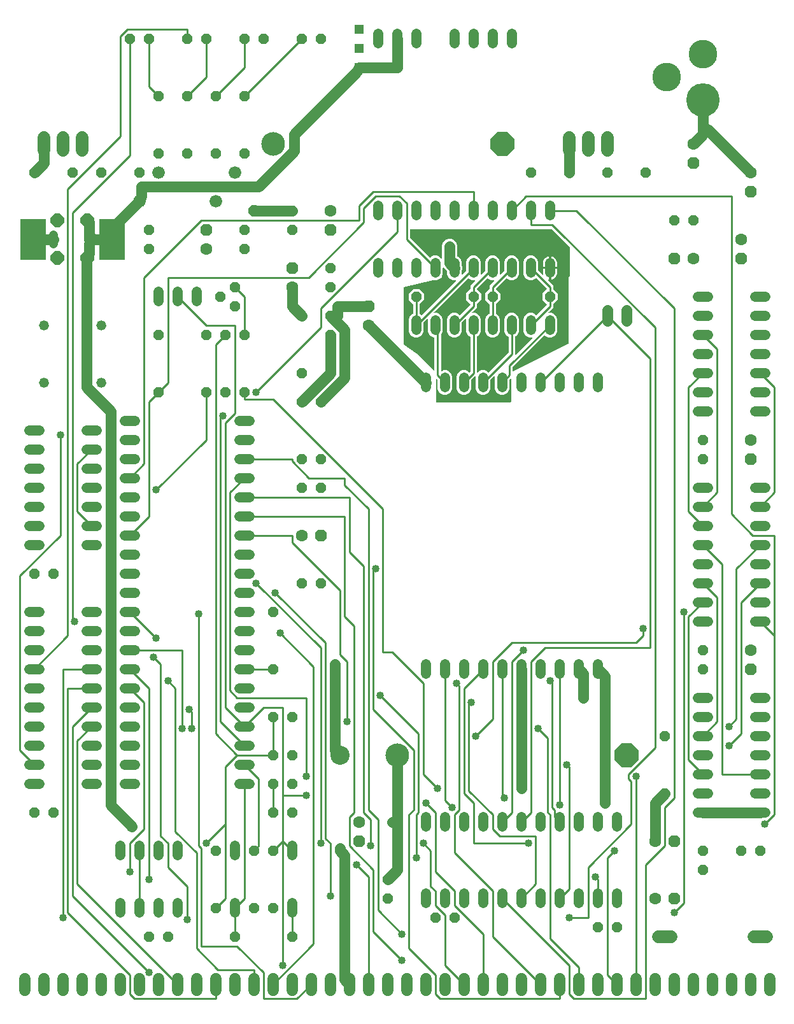
<source format=gtl>
G04 EAGLE Gerber RS-274X export*
G75*
%MOMM*%
%FSLAX34Y34*%
%LPD*%
%INTop Copper*%
%IPPOS*%
%AMOC8*
5,1,8,0,0,1.08239X$1,22.5*%
G01*
%ADD10C,1.676400*%
%ADD11P,1.732040X8X292.500000*%
%ADD12C,1.600200*%
%ADD13P,1.429621X8X22.500000*%
%ADD14C,1.320800*%
%ADD15P,1.429621X8X112.500000*%
%ADD16P,1.429621X8X292.500000*%
%ADD17C,1.422400*%
%ADD18P,1.539592X8X22.500000*%
%ADD19P,1.539592X8X202.500000*%
%ADD20C,3.149600*%
%ADD21P,3.409096X8X22.500000*%
%ADD22P,1.732040X8X202.500000*%
%ADD23P,1.732040X8X22.500000*%
%ADD24P,1.732040X8X112.500000*%
%ADD25P,1.429621X8X202.500000*%
%ADD26C,1.320800*%
%ADD27C,4.445000*%
%ADD28C,3.810000*%
%ADD29C,2.540000*%
%ADD30R,1.308000X1.308000*%
%ADD31C,1.117600*%
%ADD32C,1.524000*%
%ADD33C,1.208000*%
%ADD34P,1.938236X8X22.500000*%
%ADD35R,3.403600X5.410200*%
%ADD36C,1.676400*%
%ADD37P,1.649562X8X22.500000*%
%ADD38C,0.254000*%
%ADD39C,1.016000*%

G36*
X1338690Y787667D02*
X1338690Y787667D01*
X1338761Y787672D01*
X1338809Y787692D01*
X1338860Y787704D01*
X1338921Y787740D01*
X1338987Y787768D01*
X1339043Y787813D01*
X1339071Y787830D01*
X1339086Y787848D01*
X1339118Y787873D01*
X1340732Y789487D01*
X1344280Y790957D01*
X1348120Y790957D01*
X1351668Y789487D01*
X1352735Y788420D01*
X1352752Y788408D01*
X1352764Y788392D01*
X1352851Y788336D01*
X1352935Y788276D01*
X1352954Y788270D01*
X1352971Y788259D01*
X1353071Y788234D01*
X1353170Y788204D01*
X1353190Y788204D01*
X1353209Y788199D01*
X1353312Y788207D01*
X1353416Y788210D01*
X1353435Y788217D01*
X1353455Y788218D01*
X1353550Y788259D01*
X1353647Y788294D01*
X1353663Y788307D01*
X1353681Y788315D01*
X1353812Y788420D01*
X1379758Y814366D01*
X1379811Y814440D01*
X1379871Y814509D01*
X1379883Y814539D01*
X1379902Y814566D01*
X1379929Y814653D01*
X1379963Y814737D01*
X1379967Y814778D01*
X1379974Y814801D01*
X1379973Y814833D01*
X1379981Y814904D01*
X1379981Y835128D01*
X1379962Y835243D01*
X1379945Y835359D01*
X1379943Y835365D01*
X1379942Y835371D01*
X1379887Y835473D01*
X1379834Y835578D01*
X1379829Y835583D01*
X1379826Y835588D01*
X1379742Y835668D01*
X1379658Y835751D01*
X1379652Y835754D01*
X1379648Y835758D01*
X1379631Y835766D01*
X1379511Y835832D01*
X1378832Y836113D01*
X1376117Y838828D01*
X1374647Y842376D01*
X1374647Y859424D01*
X1376117Y862972D01*
X1378832Y865687D01*
X1382380Y867157D01*
X1386220Y867157D01*
X1389768Y865687D01*
X1392483Y862972D01*
X1393953Y859424D01*
X1393953Y842376D01*
X1392483Y838828D01*
X1389768Y836113D01*
X1389089Y835832D01*
X1388989Y835770D01*
X1388889Y835710D01*
X1388885Y835705D01*
X1388880Y835702D01*
X1388805Y835611D01*
X1388729Y835523D01*
X1388727Y835517D01*
X1388723Y835512D01*
X1388681Y835403D01*
X1388637Y835295D01*
X1388636Y835287D01*
X1388635Y835283D01*
X1388634Y835265D01*
X1388619Y835128D01*
X1388619Y812364D01*
X1388630Y812293D01*
X1388632Y812222D01*
X1388650Y812173D01*
X1388658Y812121D01*
X1388692Y812058D01*
X1388717Y811991D01*
X1388749Y811950D01*
X1388774Y811904D01*
X1388825Y811855D01*
X1388870Y811799D01*
X1388914Y811770D01*
X1388952Y811735D01*
X1389017Y811704D01*
X1389077Y811666D01*
X1389128Y811653D01*
X1389175Y811631D01*
X1389246Y811623D01*
X1389316Y811606D01*
X1389368Y811610D01*
X1389419Y811604D01*
X1389490Y811619D01*
X1389561Y811625D01*
X1389609Y811645D01*
X1389660Y811656D01*
X1389721Y811693D01*
X1389787Y811721D01*
X1389843Y811766D01*
X1389871Y811782D01*
X1389886Y811800D01*
X1389918Y811826D01*
X1411436Y833344D01*
X1411478Y833402D01*
X1411527Y833454D01*
X1411549Y833501D01*
X1411580Y833543D01*
X1411601Y833612D01*
X1411631Y833677D01*
X1411637Y833729D01*
X1411652Y833779D01*
X1411650Y833850D01*
X1411658Y833921D01*
X1411647Y833972D01*
X1411646Y834024D01*
X1411621Y834092D01*
X1411606Y834162D01*
X1411579Y834206D01*
X1411561Y834255D01*
X1411516Y834311D01*
X1411480Y834373D01*
X1411440Y834407D01*
X1411408Y834447D01*
X1411347Y834486D01*
X1411293Y834533D01*
X1411244Y834552D01*
X1411201Y834580D01*
X1411131Y834598D01*
X1411065Y834625D01*
X1410993Y834633D01*
X1410962Y834641D01*
X1410939Y834639D01*
X1410898Y834643D01*
X1407780Y834643D01*
X1404232Y836113D01*
X1401517Y838828D01*
X1400047Y842376D01*
X1400047Y859424D01*
X1401517Y862972D01*
X1404232Y865687D01*
X1407780Y867157D01*
X1411620Y867157D01*
X1415168Y865687D01*
X1416235Y864620D01*
X1416252Y864608D01*
X1416264Y864592D01*
X1416351Y864536D01*
X1416435Y864476D01*
X1416454Y864470D01*
X1416471Y864459D01*
X1416571Y864434D01*
X1416670Y864404D01*
X1416690Y864404D01*
X1416709Y864399D01*
X1416812Y864407D01*
X1416916Y864410D01*
X1416935Y864417D01*
X1416955Y864418D01*
X1417050Y864459D01*
X1417147Y864494D01*
X1417163Y864507D01*
X1417181Y864515D01*
X1417312Y864620D01*
X1430558Y877866D01*
X1430611Y877940D01*
X1430671Y878009D01*
X1430683Y878039D01*
X1430702Y878066D01*
X1430729Y878153D01*
X1430763Y878237D01*
X1430767Y878278D01*
X1430774Y878301D01*
X1430773Y878333D01*
X1430781Y878404D01*
X1430781Y878634D01*
X1430767Y878724D01*
X1430759Y878815D01*
X1430747Y878845D01*
X1430742Y878877D01*
X1430699Y878957D01*
X1430663Y879041D01*
X1430637Y879073D01*
X1430626Y879094D01*
X1430603Y879116D01*
X1430558Y879172D01*
X1424939Y884791D01*
X1424939Y893209D01*
X1430558Y898828D01*
X1430611Y898902D01*
X1430671Y898971D01*
X1430683Y899001D01*
X1430702Y899027D01*
X1430729Y899114D01*
X1430763Y899199D01*
X1430767Y899240D01*
X1430774Y899263D01*
X1430773Y899295D01*
X1430781Y899366D01*
X1430781Y899596D01*
X1430767Y899686D01*
X1430759Y899777D01*
X1430747Y899807D01*
X1430742Y899839D01*
X1430699Y899919D01*
X1430663Y900003D01*
X1430637Y900035D01*
X1430626Y900056D01*
X1430603Y900078D01*
X1430558Y900134D01*
X1417312Y913380D01*
X1417296Y913392D01*
X1417283Y913408D01*
X1417196Y913464D01*
X1417112Y913524D01*
X1417093Y913530D01*
X1417076Y913541D01*
X1416976Y913566D01*
X1416877Y913596D01*
X1416857Y913596D01*
X1416838Y913601D01*
X1416735Y913593D01*
X1416631Y913590D01*
X1416613Y913583D01*
X1416593Y913582D01*
X1416498Y913541D01*
X1416400Y913506D01*
X1416385Y913493D01*
X1416366Y913485D01*
X1416235Y913380D01*
X1415168Y912313D01*
X1411620Y910843D01*
X1407780Y910843D01*
X1404232Y912313D01*
X1401517Y915028D01*
X1400047Y918576D01*
X1400047Y935624D01*
X1401517Y939172D01*
X1404232Y941887D01*
X1407780Y943357D01*
X1411620Y943357D01*
X1415168Y941887D01*
X1417883Y939172D01*
X1419353Y935624D01*
X1419353Y923870D01*
X1419367Y923780D01*
X1419375Y923689D01*
X1419387Y923659D01*
X1419392Y923627D01*
X1419435Y923547D01*
X1419471Y923463D01*
X1419497Y923431D01*
X1419508Y923410D01*
X1419531Y923388D01*
X1419576Y923332D01*
X1424837Y918071D01*
X1424856Y918057D01*
X1424870Y918039D01*
X1424955Y917986D01*
X1425037Y917927D01*
X1425059Y917920D01*
X1425078Y917908D01*
X1425176Y917884D01*
X1425272Y917855D01*
X1425295Y917855D01*
X1425317Y917850D01*
X1425417Y917858D01*
X1425518Y917861D01*
X1425539Y917869D01*
X1425562Y917871D01*
X1425654Y917911D01*
X1425749Y917945D01*
X1425767Y917960D01*
X1425788Y917969D01*
X1425862Y918036D01*
X1425941Y918099D01*
X1425953Y918119D01*
X1425970Y918134D01*
X1426020Y918222D01*
X1426074Y918306D01*
X1426079Y918328D01*
X1426091Y918349D01*
X1426109Y918447D01*
X1426134Y918545D01*
X1426132Y918568D01*
X1426136Y918590D01*
X1426122Y918757D01*
X1425955Y919595D01*
X1425955Y925577D01*
X1433577Y925577D01*
X1433577Y911475D01*
X1433361Y911518D01*
X1433338Y911519D01*
X1433316Y911526D01*
X1433216Y911523D01*
X1433116Y911526D01*
X1433093Y911520D01*
X1433070Y911519D01*
X1432976Y911485D01*
X1432880Y911456D01*
X1432861Y911443D01*
X1432839Y911435D01*
X1432761Y911372D01*
X1432679Y911314D01*
X1432665Y911295D01*
X1432647Y911281D01*
X1432593Y911196D01*
X1432534Y911115D01*
X1432527Y911094D01*
X1432514Y911074D01*
X1432490Y910977D01*
X1432460Y910881D01*
X1432460Y910858D01*
X1432454Y910836D01*
X1432462Y910735D01*
X1432464Y910635D01*
X1432472Y910613D01*
X1432473Y910590D01*
X1432513Y910498D01*
X1432546Y910403D01*
X1432561Y910385D01*
X1432570Y910364D01*
X1432675Y910233D01*
X1436666Y906242D01*
X1439419Y903489D01*
X1439419Y899366D01*
X1439433Y899276D01*
X1439441Y899185D01*
X1439453Y899155D01*
X1439458Y899123D01*
X1439501Y899043D01*
X1439537Y898959D01*
X1439563Y898927D01*
X1439574Y898906D01*
X1439597Y898884D01*
X1439642Y898828D01*
X1445261Y893209D01*
X1445261Y884791D01*
X1439642Y879172D01*
X1439589Y879098D01*
X1439529Y879029D01*
X1439517Y878999D01*
X1439498Y878973D01*
X1439471Y878886D01*
X1439437Y878801D01*
X1439433Y878760D01*
X1439426Y878737D01*
X1439427Y878705D01*
X1439419Y878634D01*
X1439419Y874511D01*
X1436666Y871758D01*
X1433364Y868456D01*
X1433322Y868398D01*
X1433273Y868346D01*
X1433251Y868299D01*
X1433220Y868257D01*
X1433199Y868188D01*
X1433169Y868123D01*
X1433163Y868071D01*
X1433148Y868021D01*
X1433150Y867950D01*
X1433142Y867879D01*
X1433153Y867828D01*
X1433154Y867776D01*
X1433179Y867708D01*
X1433194Y867638D01*
X1433221Y867594D01*
X1433239Y867545D01*
X1433284Y867489D01*
X1433320Y867427D01*
X1433360Y867393D01*
X1433392Y867353D01*
X1433453Y867314D01*
X1433507Y867267D01*
X1433556Y867248D01*
X1433599Y867220D01*
X1433669Y867202D01*
X1433735Y867175D01*
X1433807Y867167D01*
X1433838Y867159D01*
X1433861Y867161D01*
X1433902Y867157D01*
X1437020Y867157D01*
X1440568Y865687D01*
X1443283Y862972D01*
X1444753Y859424D01*
X1444753Y842376D01*
X1443283Y838828D01*
X1440568Y836113D01*
X1437020Y834643D01*
X1433180Y834643D01*
X1429632Y836113D01*
X1428565Y837180D01*
X1428548Y837192D01*
X1428536Y837208D01*
X1428449Y837264D01*
X1428365Y837324D01*
X1428346Y837330D01*
X1428329Y837341D01*
X1428229Y837366D01*
X1428130Y837396D01*
X1428110Y837396D01*
X1428091Y837401D01*
X1427988Y837393D01*
X1427884Y837390D01*
X1427865Y837383D01*
X1427845Y837382D01*
X1427750Y837341D01*
X1427653Y837306D01*
X1427637Y837293D01*
X1427619Y837285D01*
X1427488Y837180D01*
X1385667Y795359D01*
X1385614Y795285D01*
X1385554Y795216D01*
X1385542Y795186D01*
X1385523Y795159D01*
X1385496Y795072D01*
X1385462Y794988D01*
X1385458Y794947D01*
X1385451Y794924D01*
X1385452Y794892D01*
X1385444Y794821D01*
X1385444Y790056D01*
X1385455Y789985D01*
X1385458Y789912D01*
X1385475Y789864D01*
X1385483Y789814D01*
X1385517Y789749D01*
X1385543Y789681D01*
X1385575Y789641D01*
X1385599Y789596D01*
X1385651Y789546D01*
X1385697Y789489D01*
X1385740Y789462D01*
X1385777Y789427D01*
X1385843Y789396D01*
X1385904Y789357D01*
X1385954Y789345D01*
X1386000Y789323D01*
X1386072Y789315D01*
X1386143Y789298D01*
X1386194Y789302D01*
X1386244Y789296D01*
X1386316Y789312D01*
X1386388Y789317D01*
X1386453Y789342D01*
X1386485Y789348D01*
X1386505Y789361D01*
X1386545Y789375D01*
X1459316Y825761D01*
X1459389Y825814D01*
X1459467Y825860D01*
X1459489Y825885D01*
X1459516Y825905D01*
X1459568Y825978D01*
X1459627Y826047D01*
X1459639Y826078D01*
X1459659Y826105D01*
X1459685Y826191D01*
X1459719Y826275D01*
X1459723Y826318D01*
X1459730Y826340D01*
X1459730Y826372D01*
X1459737Y826442D01*
X1459737Y914716D01*
X1460184Y915163D01*
X1460500Y915163D01*
X1460520Y915166D01*
X1460539Y915164D01*
X1460641Y915186D01*
X1460743Y915202D01*
X1460760Y915212D01*
X1460780Y915216D01*
X1460869Y915269D01*
X1460960Y915318D01*
X1460974Y915332D01*
X1460991Y915342D01*
X1461058Y915421D01*
X1461130Y915496D01*
X1461138Y915514D01*
X1461151Y915529D01*
X1461190Y915625D01*
X1461233Y915719D01*
X1461235Y915739D01*
X1461243Y915757D01*
X1461261Y915924D01*
X1461261Y954841D01*
X1461258Y954859D01*
X1461260Y954877D01*
X1461245Y954945D01*
X1461239Y955022D01*
X1461227Y955052D01*
X1461222Y955084D01*
X1461211Y955103D01*
X1461208Y955117D01*
X1461176Y955171D01*
X1461143Y955248D01*
X1461117Y955280D01*
X1461106Y955301D01*
X1461087Y955319D01*
X1461082Y955328D01*
X1461072Y955336D01*
X1461038Y955379D01*
X1437979Y978438D01*
X1437905Y978491D01*
X1437836Y978551D01*
X1437806Y978563D01*
X1437779Y978582D01*
X1437692Y978609D01*
X1437608Y978643D01*
X1437567Y978647D01*
X1437544Y978654D01*
X1437512Y978653D01*
X1437441Y978661D01*
X1249680Y978661D01*
X1249660Y978658D01*
X1249641Y978660D01*
X1249539Y978638D01*
X1249437Y978622D01*
X1249420Y978612D01*
X1249400Y978608D01*
X1249311Y978555D01*
X1249220Y978506D01*
X1249206Y978492D01*
X1249189Y978482D01*
X1249122Y978403D01*
X1249050Y978328D01*
X1249042Y978310D01*
X1249029Y978295D01*
X1248990Y978199D01*
X1248947Y978105D01*
X1248945Y978085D01*
X1248937Y978067D01*
X1248919Y977900D01*
X1248919Y967304D01*
X1248933Y967214D01*
X1248941Y967123D01*
X1248953Y967093D01*
X1248958Y967061D01*
X1249001Y966981D01*
X1249037Y966897D01*
X1249063Y966865D01*
X1249074Y966844D01*
X1249097Y966822D01*
X1249142Y966766D01*
X1275088Y940820D01*
X1275104Y940808D01*
X1275117Y940792D01*
X1275204Y940736D01*
X1275288Y940676D01*
X1275307Y940670D01*
X1275324Y940659D01*
X1275424Y940634D01*
X1275523Y940604D01*
X1275543Y940604D01*
X1275562Y940599D01*
X1275665Y940607D01*
X1275769Y940610D01*
X1275787Y940617D01*
X1275807Y940618D01*
X1275902Y940659D01*
X1276000Y940694D01*
X1276015Y940707D01*
X1276034Y940715D01*
X1276165Y940820D01*
X1277232Y941887D01*
X1280780Y943357D01*
X1284620Y943357D01*
X1288168Y941887D01*
X1290290Y939765D01*
X1290348Y939723D01*
X1290400Y939674D01*
X1290447Y939652D01*
X1290489Y939622D01*
X1290558Y939601D01*
X1290623Y939570D01*
X1290675Y939565D01*
X1290725Y939549D01*
X1290796Y939551D01*
X1290867Y939543D01*
X1290918Y939554D01*
X1290970Y939556D01*
X1291038Y939580D01*
X1291108Y939596D01*
X1291153Y939622D01*
X1291201Y939640D01*
X1291257Y939685D01*
X1291319Y939722D01*
X1291353Y939761D01*
X1291393Y939794D01*
X1291432Y939854D01*
X1291479Y939909D01*
X1291498Y939957D01*
X1291526Y940001D01*
X1291544Y940070D01*
X1291571Y940137D01*
X1291579Y940208D01*
X1291587Y940239D01*
X1291585Y940263D01*
X1291589Y940304D01*
X1291589Y957696D01*
X1293136Y961431D01*
X1295994Y964289D01*
X1299729Y965836D01*
X1303771Y965836D01*
X1307506Y964289D01*
X1310364Y961431D01*
X1311911Y957696D01*
X1311911Y943082D01*
X1311930Y942967D01*
X1311947Y942851D01*
X1311949Y942846D01*
X1311950Y942839D01*
X1312005Y942737D01*
X1312058Y942632D01*
X1312063Y942628D01*
X1312066Y942622D01*
X1312150Y942542D01*
X1312234Y942460D01*
X1312240Y942456D01*
X1312244Y942453D01*
X1312261Y942445D01*
X1312381Y942379D01*
X1313568Y941887D01*
X1316283Y939172D01*
X1317753Y935624D01*
X1317753Y930499D01*
X1317763Y930438D01*
X1317763Y930437D01*
X1317763Y930434D01*
X1317764Y930369D01*
X1317787Y930289D01*
X1317792Y930256D01*
X1317802Y930239D01*
X1317811Y930208D01*
X1318261Y929121D01*
X1318261Y925079D01*
X1317811Y923992D01*
X1317796Y923929D01*
X1317771Y923868D01*
X1317762Y923785D01*
X1317755Y923753D01*
X1317756Y923734D01*
X1317753Y923701D01*
X1317753Y919298D01*
X1317764Y919227D01*
X1317766Y919156D01*
X1317784Y919107D01*
X1317792Y919055D01*
X1317826Y918992D01*
X1317851Y918925D01*
X1317883Y918884D01*
X1317908Y918838D01*
X1317959Y918789D01*
X1318004Y918733D01*
X1318048Y918704D01*
X1318086Y918669D01*
X1318151Y918638D01*
X1318211Y918600D01*
X1318262Y918587D01*
X1318309Y918565D01*
X1318380Y918557D01*
X1318450Y918540D01*
X1318502Y918544D01*
X1318553Y918538D01*
X1318624Y918553D01*
X1318695Y918559D01*
X1318743Y918579D01*
X1318794Y918590D01*
X1318855Y918627D01*
X1318921Y918655D01*
X1318977Y918700D01*
X1319005Y918716D01*
X1319020Y918734D01*
X1319052Y918760D01*
X1323624Y923332D01*
X1323677Y923406D01*
X1323737Y923475D01*
X1323749Y923505D01*
X1323768Y923532D01*
X1323795Y923619D01*
X1323829Y923703D01*
X1323833Y923744D01*
X1323840Y923767D01*
X1323839Y923799D01*
X1323847Y923870D01*
X1323847Y935624D01*
X1325317Y939172D01*
X1328032Y941887D01*
X1331580Y943357D01*
X1335420Y943357D01*
X1338968Y941887D01*
X1341683Y939172D01*
X1343153Y935624D01*
X1343153Y919298D01*
X1343164Y919227D01*
X1343166Y919156D01*
X1343184Y919107D01*
X1343192Y919055D01*
X1343226Y918992D01*
X1343251Y918925D01*
X1343283Y918884D01*
X1343308Y918838D01*
X1343359Y918789D01*
X1343404Y918733D01*
X1343448Y918704D01*
X1343486Y918669D01*
X1343551Y918638D01*
X1343611Y918600D01*
X1343662Y918587D01*
X1343709Y918565D01*
X1343780Y918557D01*
X1343850Y918540D01*
X1343902Y918544D01*
X1343953Y918538D01*
X1344024Y918553D01*
X1344095Y918559D01*
X1344143Y918579D01*
X1344194Y918590D01*
X1344255Y918627D01*
X1344321Y918655D01*
X1344377Y918700D01*
X1344405Y918716D01*
X1344420Y918734D01*
X1344452Y918760D01*
X1349024Y923332D01*
X1349077Y923406D01*
X1349137Y923475D01*
X1349149Y923505D01*
X1349168Y923532D01*
X1349195Y923619D01*
X1349229Y923703D01*
X1349233Y923744D01*
X1349240Y923767D01*
X1349239Y923799D01*
X1349247Y923870D01*
X1349247Y935624D01*
X1350717Y939172D01*
X1353432Y941887D01*
X1356980Y943357D01*
X1360820Y943357D01*
X1364368Y941887D01*
X1367083Y939172D01*
X1368553Y935624D01*
X1368553Y919298D01*
X1368564Y919227D01*
X1368566Y919156D01*
X1368584Y919107D01*
X1368592Y919055D01*
X1368626Y918992D01*
X1368651Y918925D01*
X1368683Y918884D01*
X1368708Y918838D01*
X1368759Y918789D01*
X1368804Y918733D01*
X1368848Y918704D01*
X1368886Y918669D01*
X1368951Y918638D01*
X1369011Y918600D01*
X1369062Y918587D01*
X1369109Y918565D01*
X1369180Y918557D01*
X1369250Y918540D01*
X1369302Y918544D01*
X1369353Y918538D01*
X1369424Y918553D01*
X1369495Y918559D01*
X1369543Y918579D01*
X1369594Y918590D01*
X1369655Y918627D01*
X1369721Y918655D01*
X1369777Y918700D01*
X1369805Y918716D01*
X1369820Y918734D01*
X1369852Y918760D01*
X1374424Y923332D01*
X1374477Y923406D01*
X1374537Y923475D01*
X1374549Y923505D01*
X1374568Y923532D01*
X1374595Y923619D01*
X1374629Y923703D01*
X1374633Y923744D01*
X1374640Y923767D01*
X1374639Y923799D01*
X1374647Y923870D01*
X1374647Y935624D01*
X1376117Y939172D01*
X1378832Y941887D01*
X1382380Y943357D01*
X1386220Y943357D01*
X1389768Y941887D01*
X1392483Y939172D01*
X1393953Y935624D01*
X1393953Y918576D01*
X1392483Y915028D01*
X1389768Y912313D01*
X1386220Y910843D01*
X1382380Y910843D01*
X1378832Y912313D01*
X1377765Y913380D01*
X1377748Y913392D01*
X1377736Y913408D01*
X1377649Y913464D01*
X1377565Y913524D01*
X1377546Y913530D01*
X1377529Y913541D01*
X1377429Y913566D01*
X1377330Y913596D01*
X1377310Y913596D01*
X1377291Y913601D01*
X1377188Y913593D01*
X1377084Y913590D01*
X1377065Y913583D01*
X1377045Y913582D01*
X1376950Y913541D01*
X1376853Y913506D01*
X1376837Y913493D01*
X1376819Y913485D01*
X1376688Y913380D01*
X1363442Y900134D01*
X1363389Y900060D01*
X1363329Y899991D01*
X1363317Y899961D01*
X1363298Y899934D01*
X1363271Y899847D01*
X1363237Y899763D01*
X1363233Y899722D01*
X1363226Y899699D01*
X1363227Y899667D01*
X1363219Y899596D01*
X1363219Y899366D01*
X1363233Y899276D01*
X1363241Y899185D01*
X1363253Y899155D01*
X1363258Y899123D01*
X1363301Y899043D01*
X1363337Y898959D01*
X1363363Y898927D01*
X1363374Y898906D01*
X1363397Y898884D01*
X1363442Y898828D01*
X1369061Y893209D01*
X1369061Y884791D01*
X1363442Y879172D01*
X1363389Y879098D01*
X1363329Y879029D01*
X1363317Y878999D01*
X1363298Y878973D01*
X1363271Y878886D01*
X1363237Y878801D01*
X1363233Y878760D01*
X1363226Y878737D01*
X1363227Y878705D01*
X1363219Y878634D01*
X1363219Y866672D01*
X1363238Y866557D01*
X1363255Y866441D01*
X1363257Y866435D01*
X1363258Y866429D01*
X1363313Y866327D01*
X1363366Y866222D01*
X1363371Y866217D01*
X1363374Y866212D01*
X1363458Y866132D01*
X1363542Y866049D01*
X1363548Y866046D01*
X1363552Y866042D01*
X1363569Y866034D01*
X1363689Y865968D01*
X1364368Y865687D01*
X1367083Y862972D01*
X1368553Y859424D01*
X1368553Y842376D01*
X1367083Y838828D01*
X1364368Y836113D01*
X1360820Y834643D01*
X1356980Y834643D01*
X1353432Y836113D01*
X1350717Y838828D01*
X1349247Y842376D01*
X1349247Y859424D01*
X1350717Y862972D01*
X1353432Y865687D01*
X1354111Y865968D01*
X1354211Y866030D01*
X1354311Y866090D01*
X1354315Y866095D01*
X1354320Y866098D01*
X1354395Y866189D01*
X1354471Y866277D01*
X1354473Y866283D01*
X1354477Y866288D01*
X1354519Y866396D01*
X1354563Y866505D01*
X1354564Y866513D01*
X1354565Y866517D01*
X1354566Y866535D01*
X1354581Y866672D01*
X1354581Y878634D01*
X1354567Y878724D01*
X1354559Y878815D01*
X1354547Y878845D01*
X1354542Y878877D01*
X1354499Y878957D01*
X1354463Y879041D01*
X1354437Y879073D01*
X1354426Y879094D01*
X1354403Y879116D01*
X1354358Y879172D01*
X1348739Y884791D01*
X1348739Y893209D01*
X1354358Y898828D01*
X1354411Y898902D01*
X1354471Y898971D01*
X1354483Y899001D01*
X1354502Y899027D01*
X1354529Y899114D01*
X1354563Y899199D01*
X1354567Y899240D01*
X1354574Y899263D01*
X1354573Y899295D01*
X1354581Y899366D01*
X1354581Y903489D01*
X1357334Y906242D01*
X1360636Y909544D01*
X1360678Y909602D01*
X1360727Y909654D01*
X1360749Y909701D01*
X1360780Y909743D01*
X1360801Y909812D01*
X1360831Y909877D01*
X1360837Y909929D01*
X1360852Y909979D01*
X1360850Y910050D01*
X1360858Y910121D01*
X1360847Y910172D01*
X1360846Y910224D01*
X1360821Y910292D01*
X1360806Y910362D01*
X1360779Y910407D01*
X1360761Y910455D01*
X1360716Y910511D01*
X1360680Y910573D01*
X1360640Y910607D01*
X1360608Y910647D01*
X1360547Y910686D01*
X1360493Y910733D01*
X1360444Y910752D01*
X1360401Y910780D01*
X1360331Y910798D01*
X1360265Y910825D01*
X1360193Y910833D01*
X1360162Y910841D01*
X1360139Y910839D01*
X1360098Y910843D01*
X1356980Y910843D01*
X1353432Y912313D01*
X1352365Y913380D01*
X1352348Y913392D01*
X1352336Y913408D01*
X1352249Y913464D01*
X1352165Y913524D01*
X1352146Y913530D01*
X1352129Y913541D01*
X1352029Y913566D01*
X1351930Y913596D01*
X1351910Y913596D01*
X1351891Y913601D01*
X1351788Y913593D01*
X1351684Y913590D01*
X1351665Y913583D01*
X1351645Y913582D01*
X1351550Y913541D01*
X1351453Y913506D01*
X1351437Y913493D01*
X1351419Y913485D01*
X1351288Y913380D01*
X1338042Y900134D01*
X1337989Y900060D01*
X1337929Y899991D01*
X1337917Y899961D01*
X1337898Y899934D01*
X1337871Y899847D01*
X1337837Y899763D01*
X1337833Y899722D01*
X1337826Y899699D01*
X1337827Y899667D01*
X1337819Y899596D01*
X1337819Y899366D01*
X1337833Y899276D01*
X1337841Y899185D01*
X1337853Y899155D01*
X1337858Y899123D01*
X1337901Y899043D01*
X1337937Y898959D01*
X1337963Y898927D01*
X1337974Y898906D01*
X1337997Y898884D01*
X1338042Y898828D01*
X1343661Y893209D01*
X1343661Y884791D01*
X1338042Y879172D01*
X1337989Y879098D01*
X1337929Y879029D01*
X1337917Y878999D01*
X1337898Y878973D01*
X1337871Y878886D01*
X1337837Y878801D01*
X1337833Y878760D01*
X1337826Y878737D01*
X1337827Y878705D01*
X1337819Y878634D01*
X1337819Y874511D01*
X1335066Y871758D01*
X1331764Y868456D01*
X1331722Y868398D01*
X1331673Y868346D01*
X1331651Y868299D01*
X1331620Y868257D01*
X1331599Y868188D01*
X1331569Y868123D01*
X1331563Y868071D01*
X1331548Y868021D01*
X1331550Y867950D01*
X1331542Y867879D01*
X1331553Y867828D01*
X1331554Y867776D01*
X1331579Y867708D01*
X1331594Y867638D01*
X1331621Y867593D01*
X1331639Y867545D01*
X1331684Y867489D01*
X1331720Y867427D01*
X1331760Y867393D01*
X1331792Y867353D01*
X1331853Y867314D01*
X1331907Y867267D01*
X1331956Y867248D01*
X1331999Y867220D01*
X1332069Y867202D01*
X1332135Y867175D01*
X1332207Y867167D01*
X1332238Y867159D01*
X1332261Y867161D01*
X1332302Y867157D01*
X1335420Y867157D01*
X1338968Y865687D01*
X1341683Y862972D01*
X1343153Y859424D01*
X1343153Y842376D01*
X1341683Y838828D01*
X1338968Y836113D01*
X1338289Y835832D01*
X1338189Y835770D01*
X1338089Y835710D01*
X1338085Y835705D01*
X1338080Y835702D01*
X1338005Y835611D01*
X1337929Y835523D01*
X1337927Y835517D01*
X1337923Y835512D01*
X1337881Y835403D01*
X1337837Y835295D01*
X1337836Y835287D01*
X1337835Y835283D01*
X1337834Y835265D01*
X1337819Y835128D01*
X1337819Y788412D01*
X1337830Y788341D01*
X1337832Y788269D01*
X1337850Y788220D01*
X1337858Y788169D01*
X1337892Y788105D01*
X1337917Y788038D01*
X1337949Y787997D01*
X1337974Y787951D01*
X1338026Y787902D01*
X1338070Y787846D01*
X1338114Y787818D01*
X1338152Y787782D01*
X1338217Y787752D01*
X1338277Y787713D01*
X1338328Y787700D01*
X1338375Y787678D01*
X1338446Y787671D01*
X1338516Y787653D01*
X1338568Y787657D01*
X1338619Y787651D01*
X1338690Y787667D01*
G37*
G36*
X1382796Y748542D02*
X1382796Y748542D01*
X1382815Y748540D01*
X1382917Y748562D01*
X1383019Y748579D01*
X1383036Y748588D01*
X1383056Y748592D01*
X1383145Y748645D01*
X1383236Y748694D01*
X1383250Y748708D01*
X1383267Y748718D01*
X1383334Y748797D01*
X1383406Y748872D01*
X1383414Y748890D01*
X1383427Y748905D01*
X1383466Y749001D01*
X1383509Y749095D01*
X1383511Y749115D01*
X1383519Y749133D01*
X1383537Y749300D01*
X1383537Y778692D01*
X1383526Y778763D01*
X1383524Y778834D01*
X1383506Y778883D01*
X1383498Y778935D01*
X1383464Y778998D01*
X1383439Y779065D01*
X1383407Y779106D01*
X1383382Y779152D01*
X1383330Y779201D01*
X1383286Y779257D01*
X1383242Y779285D01*
X1383204Y779321D01*
X1383139Y779352D01*
X1383079Y779390D01*
X1383028Y779403D01*
X1382981Y779425D01*
X1382910Y779433D01*
X1382840Y779450D01*
X1382788Y779446D01*
X1382737Y779452D01*
X1382666Y779437D01*
X1382595Y779431D01*
X1382547Y779411D01*
X1382496Y779400D01*
X1382435Y779363D01*
X1382369Y779335D01*
X1382313Y779290D01*
X1382285Y779274D01*
X1382270Y779256D01*
X1382238Y779230D01*
X1381476Y778468D01*
X1381423Y778394D01*
X1381363Y778325D01*
X1381351Y778295D01*
X1381332Y778268D01*
X1381305Y778181D01*
X1381271Y778097D01*
X1381267Y778056D01*
X1381260Y778033D01*
X1381261Y778001D01*
X1381253Y777930D01*
X1381253Y766176D01*
X1379783Y762628D01*
X1377068Y759913D01*
X1373520Y758443D01*
X1369680Y758443D01*
X1366132Y759913D01*
X1363417Y762628D01*
X1361947Y766176D01*
X1361947Y782502D01*
X1361936Y782573D01*
X1361934Y782644D01*
X1361916Y782693D01*
X1361908Y782745D01*
X1361874Y782808D01*
X1361849Y782875D01*
X1361817Y782916D01*
X1361792Y782962D01*
X1361740Y783011D01*
X1361696Y783067D01*
X1361652Y783096D01*
X1361614Y783131D01*
X1361549Y783162D01*
X1361489Y783200D01*
X1361438Y783213D01*
X1361391Y783235D01*
X1361320Y783243D01*
X1361250Y783260D01*
X1361198Y783256D01*
X1361147Y783262D01*
X1361076Y783247D01*
X1361005Y783241D01*
X1360957Y783221D01*
X1360906Y783210D01*
X1360845Y783173D01*
X1360779Y783145D01*
X1360723Y783100D01*
X1360695Y783084D01*
X1360680Y783066D01*
X1360648Y783040D01*
X1356076Y778468D01*
X1356023Y778394D01*
X1355963Y778325D01*
X1355951Y778295D01*
X1355932Y778268D01*
X1355905Y778181D01*
X1355871Y778097D01*
X1355867Y778056D01*
X1355860Y778033D01*
X1355861Y778001D01*
X1355853Y777930D01*
X1355853Y766176D01*
X1354383Y762628D01*
X1351668Y759913D01*
X1348120Y758443D01*
X1344280Y758443D01*
X1340732Y759913D01*
X1338017Y762628D01*
X1336547Y766176D01*
X1336547Y782502D01*
X1336536Y782573D01*
X1336534Y782644D01*
X1336516Y782693D01*
X1336508Y782745D01*
X1336474Y782808D01*
X1336449Y782875D01*
X1336417Y782916D01*
X1336392Y782962D01*
X1336340Y783011D01*
X1336296Y783067D01*
X1336252Y783095D01*
X1336214Y783131D01*
X1336149Y783162D01*
X1336089Y783200D01*
X1336038Y783213D01*
X1335991Y783235D01*
X1335920Y783243D01*
X1335850Y783260D01*
X1335798Y783256D01*
X1335747Y783262D01*
X1335676Y783247D01*
X1335605Y783241D01*
X1335557Y783221D01*
X1335506Y783210D01*
X1335445Y783173D01*
X1335379Y783145D01*
X1335323Y783100D01*
X1335295Y783084D01*
X1335280Y783066D01*
X1335248Y783040D01*
X1335066Y782858D01*
X1330676Y778468D01*
X1330623Y778394D01*
X1330563Y778325D01*
X1330551Y778295D01*
X1330532Y778268D01*
X1330505Y778181D01*
X1330471Y778097D01*
X1330467Y778056D01*
X1330460Y778033D01*
X1330461Y778001D01*
X1330453Y777930D01*
X1330453Y766176D01*
X1328983Y762628D01*
X1326268Y759913D01*
X1322720Y758443D01*
X1318880Y758443D01*
X1315332Y759913D01*
X1312617Y762628D01*
X1311147Y766176D01*
X1311147Y783224D01*
X1312617Y786772D01*
X1315332Y789487D01*
X1318880Y790957D01*
X1322720Y790957D01*
X1326268Y789487D01*
X1327335Y788420D01*
X1327352Y788408D01*
X1327364Y788392D01*
X1327451Y788337D01*
X1327535Y788276D01*
X1327554Y788270D01*
X1327571Y788259D01*
X1327671Y788234D01*
X1327770Y788204D01*
X1327790Y788204D01*
X1327809Y788199D01*
X1327912Y788207D01*
X1328016Y788210D01*
X1328035Y788217D01*
X1328055Y788218D01*
X1328150Y788259D01*
X1328247Y788294D01*
X1328263Y788307D01*
X1328281Y788315D01*
X1328412Y788420D01*
X1328958Y788966D01*
X1329012Y789040D01*
X1329071Y789109D01*
X1329083Y789139D01*
X1329102Y789166D01*
X1329129Y789253D01*
X1329163Y789337D01*
X1329167Y789378D01*
X1329174Y789401D01*
X1329173Y789433D01*
X1329181Y789504D01*
X1329181Y835128D01*
X1329162Y835243D01*
X1329145Y835359D01*
X1329143Y835365D01*
X1329142Y835371D01*
X1329087Y835473D01*
X1329034Y835578D01*
X1329029Y835583D01*
X1329026Y835588D01*
X1328942Y835668D01*
X1328858Y835751D01*
X1328852Y835754D01*
X1328848Y835758D01*
X1328831Y835766D01*
X1328711Y835832D01*
X1328032Y836113D01*
X1325317Y838828D01*
X1323847Y842376D01*
X1323847Y858702D01*
X1323836Y858773D01*
X1323834Y858844D01*
X1323816Y858893D01*
X1323808Y858945D01*
X1323774Y859008D01*
X1323749Y859075D01*
X1323717Y859116D01*
X1323692Y859162D01*
X1323640Y859211D01*
X1323596Y859267D01*
X1323552Y859296D01*
X1323514Y859331D01*
X1323449Y859362D01*
X1323389Y859400D01*
X1323338Y859413D01*
X1323291Y859435D01*
X1323220Y859443D01*
X1323150Y859460D01*
X1323098Y859456D01*
X1323047Y859462D01*
X1322976Y859447D01*
X1322905Y859441D01*
X1322857Y859421D01*
X1322806Y859410D01*
X1322745Y859373D01*
X1322679Y859345D01*
X1322623Y859300D01*
X1322595Y859284D01*
X1322580Y859266D01*
X1322548Y859240D01*
X1317976Y854668D01*
X1317923Y854594D01*
X1317863Y854525D01*
X1317851Y854495D01*
X1317832Y854468D01*
X1317805Y854381D01*
X1317771Y854297D01*
X1317767Y854256D01*
X1317760Y854233D01*
X1317761Y854201D01*
X1317753Y854130D01*
X1317753Y842376D01*
X1316283Y838828D01*
X1313568Y836113D01*
X1310020Y834643D01*
X1306180Y834643D01*
X1302632Y836113D01*
X1299917Y838828D01*
X1298447Y842376D01*
X1298447Y859424D01*
X1299917Y862972D01*
X1302632Y865687D01*
X1306180Y867157D01*
X1310020Y867157D01*
X1313568Y865687D01*
X1314635Y864620D01*
X1314652Y864608D01*
X1314664Y864592D01*
X1314751Y864536D01*
X1314835Y864476D01*
X1314854Y864470D01*
X1314871Y864459D01*
X1314971Y864434D01*
X1315070Y864404D01*
X1315090Y864404D01*
X1315109Y864399D01*
X1315212Y864407D01*
X1315316Y864410D01*
X1315335Y864417D01*
X1315355Y864418D01*
X1315450Y864459D01*
X1315547Y864494D01*
X1315563Y864507D01*
X1315581Y864515D01*
X1315712Y864620D01*
X1328958Y877866D01*
X1329011Y877940D01*
X1329071Y878009D01*
X1329083Y878039D01*
X1329102Y878066D01*
X1329129Y878153D01*
X1329163Y878237D01*
X1329167Y878278D01*
X1329174Y878301D01*
X1329173Y878333D01*
X1329181Y878404D01*
X1329181Y878634D01*
X1329167Y878724D01*
X1329159Y878815D01*
X1329147Y878845D01*
X1329142Y878877D01*
X1329099Y878957D01*
X1329063Y879041D01*
X1329037Y879073D01*
X1329026Y879094D01*
X1329003Y879116D01*
X1328958Y879172D01*
X1323339Y884791D01*
X1323339Y893209D01*
X1328958Y898828D01*
X1329011Y898902D01*
X1329071Y898971D01*
X1329083Y899001D01*
X1329102Y899027D01*
X1329129Y899114D01*
X1329163Y899199D01*
X1329167Y899240D01*
X1329174Y899263D01*
X1329173Y899295D01*
X1329181Y899366D01*
X1329181Y903489D01*
X1331934Y906242D01*
X1335236Y909544D01*
X1335278Y909602D01*
X1335327Y909654D01*
X1335349Y909701D01*
X1335380Y909743D01*
X1335401Y909812D01*
X1335431Y909877D01*
X1335437Y909929D01*
X1335452Y909979D01*
X1335450Y910050D01*
X1335458Y910121D01*
X1335447Y910172D01*
X1335446Y910224D01*
X1335421Y910292D01*
X1335406Y910362D01*
X1335379Y910407D01*
X1335361Y910455D01*
X1335316Y910511D01*
X1335280Y910573D01*
X1335240Y910607D01*
X1335208Y910647D01*
X1335147Y910686D01*
X1335093Y910733D01*
X1335044Y910752D01*
X1335001Y910780D01*
X1334931Y910798D01*
X1334865Y910825D01*
X1334793Y910833D01*
X1334762Y910841D01*
X1334739Y910839D01*
X1334698Y910843D01*
X1331580Y910843D01*
X1328032Y912313D01*
X1326965Y913380D01*
X1326948Y913392D01*
X1326936Y913408D01*
X1326849Y913464D01*
X1326765Y913524D01*
X1326746Y913530D01*
X1326729Y913541D01*
X1326629Y913566D01*
X1326530Y913596D01*
X1326510Y913596D01*
X1326491Y913601D01*
X1326388Y913593D01*
X1326284Y913590D01*
X1326265Y913583D01*
X1326245Y913582D01*
X1326150Y913541D01*
X1326053Y913506D01*
X1326037Y913493D01*
X1326019Y913485D01*
X1325888Y913380D01*
X1280964Y868456D01*
X1280922Y868398D01*
X1280873Y868346D01*
X1280851Y868299D01*
X1280820Y868257D01*
X1280799Y868188D01*
X1280769Y868123D01*
X1280763Y868071D01*
X1280748Y868021D01*
X1280750Y867950D01*
X1280742Y867879D01*
X1280753Y867828D01*
X1280754Y867776D01*
X1280779Y867708D01*
X1280794Y867638D01*
X1280821Y867594D01*
X1280839Y867545D01*
X1280884Y867489D01*
X1280920Y867427D01*
X1280960Y867393D01*
X1280992Y867353D01*
X1281053Y867314D01*
X1281107Y867267D01*
X1281156Y867248D01*
X1281199Y867220D01*
X1281269Y867202D01*
X1281335Y867175D01*
X1281407Y867167D01*
X1281438Y867159D01*
X1281461Y867161D01*
X1281502Y867157D01*
X1284620Y867157D01*
X1288168Y865687D01*
X1290883Y862972D01*
X1292353Y859424D01*
X1292353Y842376D01*
X1290883Y838828D01*
X1290417Y838362D01*
X1290364Y838288D01*
X1290304Y838218D01*
X1290292Y838188D01*
X1290273Y838162D01*
X1290246Y838075D01*
X1290212Y837990D01*
X1290208Y837949D01*
X1290201Y837927D01*
X1290202Y837895D01*
X1290194Y837823D01*
X1290194Y790735D01*
X1290201Y790690D01*
X1290199Y790644D01*
X1290221Y790569D01*
X1290233Y790492D01*
X1290255Y790452D01*
X1290268Y790407D01*
X1290312Y790343D01*
X1290349Y790275D01*
X1290382Y790243D01*
X1290408Y790205D01*
X1290470Y790159D01*
X1290527Y790105D01*
X1290569Y790086D01*
X1290605Y790059D01*
X1290679Y790034D01*
X1290750Y790002D01*
X1290796Y789997D01*
X1290839Y789982D01*
X1290917Y789983D01*
X1290994Y789975D01*
X1291039Y789984D01*
X1291085Y789985D01*
X1291217Y790023D01*
X1291235Y790027D01*
X1291239Y790029D01*
X1291246Y790031D01*
X1293480Y790957D01*
X1297320Y790957D01*
X1300868Y789487D01*
X1303583Y786772D01*
X1305053Y783224D01*
X1305053Y766176D01*
X1303583Y762628D01*
X1300868Y759913D01*
X1297320Y758443D01*
X1293480Y758443D01*
X1289932Y759913D01*
X1287217Y762628D01*
X1285747Y766176D01*
X1285747Y777930D01*
X1285733Y778020D01*
X1285725Y778111D01*
X1285713Y778141D01*
X1285708Y778173D01*
X1285665Y778253D01*
X1285629Y778337D01*
X1285603Y778369D01*
X1285592Y778390D01*
X1285569Y778412D01*
X1285524Y778468D01*
X1284762Y779230D01*
X1284704Y779272D01*
X1284652Y779321D01*
X1284605Y779343D01*
X1284563Y779374D01*
X1284494Y779395D01*
X1284429Y779425D01*
X1284377Y779431D01*
X1284327Y779446D01*
X1284256Y779444D01*
X1284185Y779452D01*
X1284134Y779441D01*
X1284082Y779440D01*
X1284014Y779415D01*
X1283944Y779400D01*
X1283899Y779373D01*
X1283851Y779355D01*
X1283795Y779310D01*
X1283733Y779274D01*
X1283699Y779234D01*
X1283659Y779202D01*
X1283620Y779141D01*
X1283573Y779087D01*
X1283554Y779038D01*
X1283526Y778995D01*
X1283508Y778925D01*
X1283481Y778859D01*
X1283473Y778787D01*
X1283465Y778756D01*
X1283467Y778733D01*
X1283463Y778692D01*
X1283463Y749300D01*
X1283466Y749280D01*
X1283464Y749261D01*
X1283486Y749159D01*
X1283502Y749057D01*
X1283512Y749040D01*
X1283516Y749020D01*
X1283569Y748931D01*
X1283618Y748840D01*
X1283632Y748826D01*
X1283642Y748809D01*
X1283721Y748742D01*
X1283796Y748671D01*
X1283814Y748662D01*
X1283829Y748649D01*
X1283925Y748610D01*
X1284019Y748567D01*
X1284039Y748565D01*
X1284057Y748557D01*
X1284224Y748539D01*
X1382776Y748539D01*
X1382796Y748542D01*
G37*
G36*
X1280885Y790711D02*
X1280885Y790711D01*
X1280937Y790712D01*
X1281005Y790737D01*
X1281075Y790752D01*
X1281119Y790779D01*
X1281168Y790797D01*
X1281224Y790842D01*
X1281286Y790878D01*
X1281320Y790918D01*
X1281360Y790951D01*
X1281399Y791011D01*
X1281446Y791065D01*
X1281465Y791114D01*
X1281493Y791157D01*
X1281511Y791227D01*
X1281538Y791293D01*
X1281546Y791365D01*
X1281554Y791396D01*
X1281552Y791419D01*
X1281556Y791460D01*
X1281556Y833882D01*
X1281553Y833902D01*
X1281555Y833921D01*
X1281533Y834023D01*
X1281517Y834125D01*
X1281507Y834142D01*
X1281503Y834162D01*
X1281450Y834251D01*
X1281401Y834342D01*
X1281387Y834356D01*
X1281377Y834373D01*
X1281298Y834440D01*
X1281223Y834512D01*
X1281205Y834520D01*
X1281190Y834533D01*
X1281094Y834572D01*
X1281000Y834615D01*
X1280980Y834617D01*
X1280962Y834625D01*
X1280795Y834643D01*
X1280780Y834643D01*
X1277232Y836113D01*
X1274517Y838828D01*
X1273047Y842376D01*
X1273047Y858702D01*
X1273036Y858773D01*
X1273034Y858844D01*
X1273016Y858893D01*
X1273008Y858945D01*
X1272974Y859008D01*
X1272949Y859075D01*
X1272917Y859116D01*
X1272892Y859162D01*
X1272841Y859211D01*
X1272796Y859267D01*
X1272752Y859296D01*
X1272714Y859331D01*
X1272649Y859362D01*
X1272589Y859400D01*
X1272538Y859413D01*
X1272491Y859435D01*
X1272420Y859443D01*
X1272350Y859460D01*
X1272298Y859456D01*
X1272247Y859462D01*
X1272176Y859447D01*
X1272105Y859441D01*
X1272057Y859421D01*
X1272006Y859410D01*
X1271945Y859373D01*
X1271879Y859345D01*
X1271823Y859300D01*
X1271795Y859284D01*
X1271780Y859266D01*
X1271748Y859240D01*
X1267176Y854668D01*
X1267123Y854594D01*
X1267063Y854525D01*
X1267051Y854495D01*
X1267032Y854468D01*
X1267005Y854381D01*
X1266971Y854297D01*
X1266967Y854256D01*
X1266960Y854233D01*
X1266961Y854201D01*
X1266953Y854130D01*
X1266953Y842376D01*
X1265483Y838828D01*
X1262768Y836113D01*
X1259220Y834643D01*
X1255380Y834643D01*
X1251832Y836113D01*
X1249117Y838828D01*
X1247647Y842376D01*
X1247647Y859424D01*
X1249117Y862972D01*
X1251832Y865687D01*
X1252511Y865968D01*
X1252611Y866030D01*
X1252711Y866090D01*
X1252715Y866095D01*
X1252720Y866098D01*
X1252795Y866189D01*
X1252871Y866277D01*
X1252873Y866283D01*
X1252877Y866288D01*
X1252919Y866396D01*
X1252963Y866505D01*
X1252964Y866513D01*
X1252965Y866517D01*
X1252966Y866535D01*
X1252981Y866672D01*
X1252981Y878634D01*
X1252967Y878724D01*
X1252959Y878815D01*
X1252947Y878845D01*
X1252942Y878877D01*
X1252899Y878957D01*
X1252863Y879041D01*
X1252837Y879073D01*
X1252826Y879094D01*
X1252803Y879116D01*
X1252758Y879172D01*
X1247139Y884791D01*
X1247139Y893209D01*
X1253091Y899161D01*
X1261509Y899161D01*
X1267461Y893209D01*
X1267461Y884791D01*
X1261842Y879172D01*
X1261789Y879098D01*
X1261729Y879029D01*
X1261717Y878999D01*
X1261698Y878973D01*
X1261671Y878886D01*
X1261637Y878801D01*
X1261633Y878760D01*
X1261626Y878737D01*
X1261627Y878705D01*
X1261619Y878634D01*
X1261619Y866672D01*
X1261638Y866557D01*
X1261655Y866441D01*
X1261657Y866435D01*
X1261658Y866429D01*
X1261713Y866327D01*
X1261766Y866222D01*
X1261771Y866217D01*
X1261774Y866212D01*
X1261858Y866132D01*
X1261942Y866049D01*
X1261948Y866046D01*
X1261952Y866042D01*
X1261969Y866034D01*
X1262089Y865968D01*
X1262768Y865687D01*
X1263835Y864620D01*
X1263852Y864608D01*
X1263864Y864592D01*
X1263951Y864536D01*
X1264035Y864476D01*
X1264054Y864470D01*
X1264071Y864459D01*
X1264171Y864434D01*
X1264270Y864404D01*
X1264290Y864404D01*
X1264309Y864399D01*
X1264412Y864407D01*
X1264516Y864410D01*
X1264535Y864417D01*
X1264555Y864418D01*
X1264650Y864459D01*
X1264747Y864494D01*
X1264763Y864507D01*
X1264781Y864515D01*
X1264912Y864620D01*
X1309836Y909544D01*
X1309878Y909602D01*
X1309927Y909654D01*
X1309949Y909701D01*
X1309980Y909743D01*
X1310001Y909812D01*
X1310031Y909877D01*
X1310037Y909929D01*
X1310052Y909979D01*
X1310050Y910050D01*
X1310058Y910121D01*
X1310047Y910172D01*
X1310046Y910224D01*
X1310021Y910292D01*
X1310006Y910362D01*
X1309979Y910406D01*
X1309961Y910455D01*
X1309916Y910511D01*
X1309880Y910573D01*
X1309840Y910607D01*
X1309808Y910647D01*
X1309747Y910686D01*
X1309693Y910733D01*
X1309644Y910752D01*
X1309601Y910780D01*
X1309531Y910798D01*
X1309465Y910825D01*
X1309393Y910833D01*
X1309362Y910841D01*
X1309339Y910839D01*
X1309298Y910843D01*
X1306180Y910843D01*
X1302632Y912313D01*
X1299917Y915028D01*
X1298447Y918576D01*
X1298447Y922068D01*
X1298433Y922158D01*
X1298425Y922249D01*
X1298413Y922279D01*
X1298408Y922311D01*
X1298365Y922391D01*
X1298329Y922475D01*
X1298303Y922507D01*
X1298292Y922528D01*
X1298269Y922550D01*
X1298224Y922606D01*
X1296101Y924729D01*
X1293652Y927178D01*
X1293594Y927220D01*
X1293542Y927270D01*
X1293495Y927291D01*
X1293453Y927322D01*
X1293384Y927343D01*
X1293319Y927373D01*
X1293267Y927379D01*
X1293217Y927394D01*
X1293146Y927392D01*
X1293075Y927400D01*
X1293024Y927389D01*
X1292972Y927388D01*
X1292904Y927363D01*
X1292834Y927348D01*
X1292789Y927321D01*
X1292741Y927303D01*
X1292685Y927259D01*
X1292623Y927222D01*
X1292589Y927182D01*
X1292549Y927150D01*
X1292510Y927089D01*
X1292463Y927035D01*
X1292444Y926987D01*
X1292416Y926943D01*
X1292398Y926873D01*
X1292371Y926807D01*
X1292363Y926735D01*
X1292355Y926704D01*
X1292357Y926681D01*
X1292353Y926640D01*
X1292353Y918576D01*
X1291141Y915650D01*
X1291126Y915586D01*
X1291101Y915525D01*
X1291092Y915442D01*
X1291085Y915410D01*
X1291086Y915391D01*
X1291083Y915358D01*
X1291083Y914588D01*
X1291084Y914578D01*
X1291083Y914569D01*
X1291105Y914403D01*
X1291144Y914250D01*
X1291101Y914145D01*
X1291101Y914142D01*
X1291100Y914141D01*
X1291100Y914134D01*
X1291096Y914097D01*
X1290992Y913993D01*
X1290987Y913986D01*
X1290979Y913980D01*
X1290878Y913847D01*
X1290796Y913712D01*
X1290692Y913667D01*
X1290690Y913666D01*
X1290689Y913665D01*
X1290684Y913660D01*
X1290655Y913637D01*
X1290508Y913637D01*
X1290498Y913636D01*
X1290489Y913637D01*
X1290323Y913615D01*
X1289390Y913381D01*
X1289276Y913332D01*
X1289167Y913286D01*
X1289165Y913284D01*
X1289164Y913284D01*
X1289158Y913279D01*
X1289036Y913181D01*
X1288168Y912313D01*
X1284620Y910843D01*
X1280780Y910843D01*
X1280432Y910988D01*
X1280397Y910996D01*
X1280366Y911011D01*
X1280278Y911024D01*
X1280192Y911044D01*
X1280157Y911040D01*
X1280122Y911045D01*
X1279956Y911023D01*
X1240859Y901249D01*
X1240813Y901229D01*
X1240764Y901218D01*
X1240701Y901180D01*
X1240634Y901151D01*
X1240596Y901118D01*
X1240553Y901092D01*
X1240505Y901036D01*
X1240451Y900987D01*
X1240426Y900943D01*
X1240393Y900905D01*
X1240366Y900837D01*
X1240329Y900773D01*
X1240320Y900723D01*
X1240301Y900677D01*
X1240288Y900556D01*
X1240283Y900531D01*
X1240284Y900523D01*
X1240283Y900510D01*
X1240283Y826284D01*
X1240288Y826254D01*
X1240285Y826223D01*
X1240308Y826133D01*
X1240322Y826042D01*
X1240337Y826014D01*
X1240344Y825984D01*
X1240394Y825906D01*
X1240438Y825824D01*
X1240460Y825803D01*
X1240477Y825777D01*
X1240602Y825665D01*
X1257346Y813705D01*
X1257372Y813692D01*
X1257394Y813673D01*
X1257482Y813638D01*
X1257567Y813596D01*
X1257585Y813593D01*
X1257750Y813429D01*
X1257777Y813410D01*
X1257846Y813347D01*
X1258039Y813209D01*
X1258051Y813174D01*
X1258069Y813151D01*
X1258080Y813125D01*
X1258185Y812994D01*
X1280257Y790922D01*
X1280315Y790880D01*
X1280367Y790831D01*
X1280414Y790809D01*
X1280456Y790778D01*
X1280525Y790757D01*
X1280590Y790727D01*
X1280642Y790721D01*
X1280692Y790706D01*
X1280763Y790708D01*
X1280834Y790700D01*
X1280885Y790711D01*
G37*
%LPC*%
G36*
X1436623Y928623D02*
X1436623Y928623D01*
X1436623Y942725D01*
X1437767Y942497D01*
X1439432Y941808D01*
X1440930Y940807D01*
X1442203Y939534D01*
X1443204Y938036D01*
X1443893Y936371D01*
X1444245Y934605D01*
X1444245Y928623D01*
X1436623Y928623D01*
G37*
%LPD*%
%LPC*%
G36*
X1436623Y925577D02*
X1436623Y925577D01*
X1444245Y925577D01*
X1444245Y919595D01*
X1443893Y917829D01*
X1443204Y916164D01*
X1442203Y914666D01*
X1440930Y913393D01*
X1439432Y912392D01*
X1437767Y911703D01*
X1436623Y911475D01*
X1436623Y925577D01*
G37*
%LPD*%
%LPC*%
G36*
X1425955Y928623D02*
X1425955Y928623D01*
X1425955Y934605D01*
X1426307Y936371D01*
X1426996Y938036D01*
X1427997Y939534D01*
X1429270Y940807D01*
X1430768Y941808D01*
X1432433Y942497D01*
X1433577Y942725D01*
X1433577Y928623D01*
X1425955Y928623D01*
G37*
%LPD*%
%LPC*%
G36*
X1435099Y927099D02*
X1435099Y927099D01*
X1435099Y927101D01*
X1435101Y927101D01*
X1435101Y927099D01*
X1435099Y927099D01*
G37*
%LPD*%
D10*
X762000Y1083818D02*
X762000Y1100582D01*
X787400Y1100582D02*
X787400Y1083818D01*
X812800Y1083818D02*
X812800Y1100582D01*
D11*
X1689100Y939800D03*
D12*
X1689100Y965200D03*
D13*
X749300Y1054100D03*
X800100Y1054100D03*
X838200Y1054100D03*
X889000Y1054100D03*
D14*
X1022096Y241300D02*
X1035304Y241300D01*
X1035304Y266700D02*
X1022096Y266700D01*
X1022096Y393700D02*
X1035304Y393700D01*
X1035304Y419100D02*
X1022096Y419100D01*
X1022096Y292100D02*
X1035304Y292100D01*
X1035304Y317500D02*
X1022096Y317500D01*
X1022096Y368300D02*
X1035304Y368300D01*
X1035304Y342900D02*
X1022096Y342900D01*
X1022096Y444500D02*
X1035304Y444500D01*
X1035304Y469900D02*
X1022096Y469900D01*
X1022096Y495300D02*
X1035304Y495300D01*
X1035304Y520700D02*
X1022096Y520700D01*
X1022096Y546100D02*
X1035304Y546100D01*
X1035304Y571500D02*
X1022096Y571500D01*
X1022096Y596900D02*
X1035304Y596900D01*
X1035304Y622300D02*
X1022096Y622300D01*
X1022096Y647700D02*
X1035304Y647700D01*
X1035304Y673100D02*
X1022096Y673100D01*
X1022096Y698500D02*
X1035304Y698500D01*
X1035304Y723900D02*
X1022096Y723900D01*
X882904Y723900D02*
X869696Y723900D01*
X869696Y698500D02*
X882904Y698500D01*
X882904Y673100D02*
X869696Y673100D01*
X869696Y647700D02*
X882904Y647700D01*
X882904Y622300D02*
X869696Y622300D01*
X869696Y596900D02*
X882904Y596900D01*
X882904Y571500D02*
X869696Y571500D01*
X869696Y546100D02*
X882904Y546100D01*
X882904Y520700D02*
X869696Y520700D01*
X869696Y495300D02*
X882904Y495300D01*
X882904Y469900D02*
X869696Y469900D01*
X869696Y444500D02*
X882904Y444500D01*
X882904Y419100D02*
X869696Y419100D01*
X869696Y393700D02*
X882904Y393700D01*
X882904Y368300D02*
X869696Y368300D01*
X869696Y342900D02*
X882904Y342900D01*
X882904Y317500D02*
X869696Y317500D01*
X869696Y292100D02*
X882904Y292100D01*
X882904Y266700D02*
X869696Y266700D01*
X869696Y241300D02*
X882904Y241300D01*
X1270000Y95504D02*
X1270000Y82296D01*
X1295400Y82296D02*
X1295400Y95504D01*
X1320800Y95504D02*
X1320800Y82296D01*
X1346200Y82296D02*
X1346200Y95504D01*
X1371600Y95504D02*
X1371600Y82296D01*
X1397000Y82296D02*
X1397000Y95504D01*
X1422400Y95504D02*
X1422400Y82296D01*
X1447800Y82296D02*
X1447800Y95504D01*
X1473200Y95504D02*
X1473200Y82296D01*
X1498600Y82296D02*
X1498600Y95504D01*
X1524000Y95504D02*
X1524000Y82296D01*
X1524000Y183896D02*
X1524000Y197104D01*
X1498600Y197104D02*
X1498600Y183896D01*
X1473200Y183896D02*
X1473200Y197104D01*
X1447800Y197104D02*
X1447800Y183896D01*
X1422400Y183896D02*
X1422400Y197104D01*
X1397000Y197104D02*
X1397000Y183896D01*
X1371600Y183896D02*
X1371600Y197104D01*
X1346200Y197104D02*
X1346200Y183896D01*
X1320800Y183896D02*
X1320800Y197104D01*
X1295400Y197104D02*
X1295400Y183896D01*
X1270000Y183896D02*
X1270000Y197104D01*
X1206500Y920496D02*
X1206500Y933704D01*
X1231900Y933704D02*
X1231900Y920496D01*
X1358900Y920496D02*
X1358900Y933704D01*
X1384300Y933704D02*
X1384300Y920496D01*
X1257300Y920496D02*
X1257300Y933704D01*
X1282700Y933704D02*
X1282700Y920496D01*
X1333500Y920496D02*
X1333500Y933704D01*
X1308100Y933704D02*
X1308100Y920496D01*
X1409700Y920496D02*
X1409700Y933704D01*
X1435100Y933704D02*
X1435100Y920496D01*
X1435100Y996696D02*
X1435100Y1009904D01*
X1409700Y1009904D02*
X1409700Y996696D01*
X1384300Y996696D02*
X1384300Y1009904D01*
X1358900Y1009904D02*
X1358900Y996696D01*
X1333500Y996696D02*
X1333500Y1009904D01*
X1308100Y1009904D02*
X1308100Y996696D01*
X1282700Y996696D02*
X1282700Y1009904D01*
X1257300Y1009904D02*
X1257300Y996696D01*
X1231900Y996696D02*
X1231900Y1009904D01*
X1206500Y1009904D02*
X1206500Y996696D01*
D15*
X914400Y762000D03*
X914400Y838200D03*
D16*
X977900Y838200D03*
X977900Y762000D03*
D13*
X1498600Y50800D03*
X1524000Y50800D03*
D15*
X1143000Y901700D03*
X1143000Y927100D03*
X1104900Y787400D03*
X1104900Y863600D03*
D14*
X1270000Y400304D02*
X1270000Y387096D01*
X1295400Y387096D02*
X1295400Y400304D01*
X1422400Y400304D02*
X1422400Y387096D01*
X1447800Y387096D02*
X1447800Y400304D01*
X1320800Y400304D02*
X1320800Y387096D01*
X1346200Y387096D02*
X1346200Y400304D01*
X1397000Y400304D02*
X1397000Y387096D01*
X1371600Y387096D02*
X1371600Y400304D01*
X1473200Y400304D02*
X1473200Y387096D01*
X1498600Y387096D02*
X1498600Y400304D01*
X1498600Y768096D02*
X1498600Y781304D01*
X1473200Y781304D02*
X1473200Y768096D01*
X1447800Y768096D02*
X1447800Y781304D01*
X1422400Y781304D02*
X1422400Y768096D01*
X1397000Y768096D02*
X1397000Y781304D01*
X1371600Y781304D02*
X1371600Y768096D01*
X1346200Y768096D02*
X1346200Y781304D01*
X1320800Y781304D02*
X1320800Y768096D01*
X1295400Y768096D02*
X1295400Y781304D01*
X1270000Y781304D02*
X1270000Y768096D01*
D17*
X1511300Y856488D02*
X1511300Y870712D01*
X1536700Y870712D02*
X1536700Y856488D01*
D16*
X1587500Y304800D03*
X1587500Y228600D03*
D18*
X1257300Y889000D03*
X1333500Y889000D03*
D19*
X1435100Y889000D03*
X1358900Y889000D03*
D15*
X1143000Y838200D03*
X1143000Y863600D03*
D16*
X1104900Y749300D03*
X1104900Y673100D03*
X1130300Y749300D03*
X1130300Y673100D03*
D14*
X1257300Y844296D02*
X1257300Y857504D01*
X1282700Y857504D02*
X1282700Y844296D01*
X1308100Y844296D02*
X1308100Y857504D01*
X1333500Y857504D02*
X1333500Y844296D01*
X1358900Y844296D02*
X1358900Y857504D01*
X1384300Y857504D02*
X1384300Y844296D01*
X1409700Y844296D02*
X1409700Y857504D01*
X1435100Y857504D02*
X1435100Y844296D01*
X1707896Y457200D02*
X1721104Y457200D01*
X1721104Y482600D02*
X1707896Y482600D01*
X1707896Y609600D02*
X1721104Y609600D01*
X1721104Y635000D02*
X1707896Y635000D01*
X1707896Y508000D02*
X1721104Y508000D01*
X1721104Y533400D02*
X1707896Y533400D01*
X1707896Y584200D02*
X1721104Y584200D01*
X1721104Y558800D02*
X1707896Y558800D01*
X1644904Y635000D02*
X1631696Y635000D01*
X1631696Y609600D02*
X1644904Y609600D01*
X1644904Y584200D02*
X1631696Y584200D01*
X1631696Y558800D02*
X1644904Y558800D01*
X1644904Y533400D02*
X1631696Y533400D01*
X1631696Y508000D02*
X1644904Y508000D01*
X1644904Y482600D02*
X1631696Y482600D01*
X1631696Y457200D02*
X1644904Y457200D01*
X1707896Y203200D02*
X1721104Y203200D01*
X1721104Y228600D02*
X1707896Y228600D01*
X1707896Y355600D02*
X1721104Y355600D01*
X1644904Y355600D02*
X1631696Y355600D01*
X1707896Y254000D02*
X1721104Y254000D01*
X1721104Y279400D02*
X1707896Y279400D01*
X1707896Y330200D02*
X1721104Y330200D01*
X1721104Y304800D02*
X1707896Y304800D01*
X1644904Y330200D02*
X1631696Y330200D01*
X1631696Y304800D02*
X1644904Y304800D01*
X1644904Y279400D02*
X1631696Y279400D01*
X1631696Y254000D02*
X1644904Y254000D01*
X1644904Y228600D02*
X1631696Y228600D01*
X1631696Y203200D02*
X1644904Y203200D01*
X1707896Y736600D02*
X1721104Y736600D01*
X1721104Y762000D02*
X1707896Y762000D01*
X1707896Y889000D02*
X1721104Y889000D01*
X1644904Y889000D02*
X1631696Y889000D01*
X1707896Y787400D02*
X1721104Y787400D01*
X1721104Y812800D02*
X1707896Y812800D01*
X1707896Y863600D02*
X1721104Y863600D01*
X1721104Y838200D02*
X1707896Y838200D01*
X1644904Y863600D02*
X1631696Y863600D01*
X1631696Y838200D02*
X1644904Y838200D01*
X1644904Y812800D02*
X1631696Y812800D01*
X1631696Y787400D02*
X1644904Y787400D01*
X1644904Y762000D02*
X1631696Y762000D01*
X1631696Y736600D02*
X1644904Y736600D01*
D15*
X1028700Y762000D03*
X1028700Y838200D03*
D14*
X863600Y82804D02*
X863600Y69596D01*
X889000Y69596D02*
X889000Y82804D01*
X914400Y82804D02*
X914400Y69596D01*
X939800Y69596D02*
X939800Y82804D01*
X939800Y145796D02*
X939800Y159004D01*
X914400Y159004D02*
X914400Y145796D01*
X889000Y145796D02*
X889000Y159004D01*
X863600Y159004D02*
X863600Y145796D01*
D16*
X1041400Y152400D03*
X1041400Y76200D03*
D15*
X990600Y76200D03*
X990600Y152400D03*
D16*
X1003300Y838200D03*
X1003300Y762000D03*
D14*
X1016000Y159004D02*
X1016000Y145796D01*
X1016000Y82804D02*
X1016000Y69596D01*
D15*
X1066800Y76200D03*
X1066800Y152400D03*
D14*
X1092200Y82804D02*
X1092200Y69596D01*
X1092200Y145796D02*
X1092200Y159004D01*
D13*
X1016000Y38100D03*
X1092200Y38100D03*
X1066800Y203200D03*
X1092200Y203200D03*
X1066800Y241300D03*
X1092200Y241300D03*
D15*
X1066800Y393700D03*
X1066800Y469900D03*
D14*
X965200Y882396D02*
X965200Y895604D01*
X914400Y895604D02*
X914400Y882396D01*
X939800Y882396D02*
X939800Y895604D01*
D15*
X1016000Y901700D03*
X996950Y889000D03*
X1016000Y876300D03*
D13*
X1066800Y330200D03*
X1092200Y330200D03*
X1066800Y279400D03*
X1092200Y279400D03*
D20*
X1231900Y279400D03*
D21*
X1536700Y279400D03*
D20*
X1066800Y1092200D03*
D21*
X1371600Y1092200D03*
D16*
X1638300Y698500D03*
X1638300Y673100D03*
X1638300Y419100D03*
X1638300Y393700D03*
D11*
X1701800Y673100D03*
D12*
X1701800Y698500D03*
D11*
X1701800Y393700D03*
D12*
X1701800Y419100D03*
D22*
X1600200Y939800D03*
D12*
X1625600Y939800D03*
D23*
X1600200Y165100D03*
D12*
X1574800Y165100D03*
D23*
X1600200Y88900D03*
D12*
X1574800Y88900D03*
D13*
X901700Y38100D03*
X927100Y38100D03*
D11*
X1181100Y165100D03*
D12*
X1181100Y190500D03*
D13*
X1282700Y63500D03*
X1308100Y63500D03*
D16*
X1219200Y114300D03*
X1219200Y88900D03*
D23*
X1130300Y571500D03*
D12*
X1104900Y571500D03*
D13*
X1104900Y508000D03*
X1130300Y508000D03*
X1104900Y635000D03*
X1130300Y635000D03*
D24*
X1092200Y927100D03*
D12*
X1092200Y901700D03*
D11*
X1143000Y977900D03*
D12*
X1143000Y1003300D03*
D16*
X1092200Y1003300D03*
X1092200Y977900D03*
X1028700Y977900D03*
X1028700Y952500D03*
D24*
X977900Y977900D03*
D12*
X977900Y952500D03*
D24*
X1193800Y876300D03*
D12*
X1193800Y850900D03*
D16*
X1638300Y152400D03*
X1638300Y127000D03*
D13*
X1689100Y152400D03*
X1714500Y152400D03*
D25*
X1625600Y990600D03*
X1600200Y990600D03*
X1130300Y1231900D03*
X1104900Y1231900D03*
X1054100Y1231900D03*
X1028700Y1231900D03*
D15*
X1028700Y1079500D03*
X1028700Y1155700D03*
X990600Y1079500D03*
X990600Y1155700D03*
D10*
X1460500Y1100582D02*
X1460500Y1083818D01*
X1485900Y1083818D02*
X1485900Y1100582D01*
X1511300Y1100582D02*
X1511300Y1083818D01*
D11*
X1701800Y1028700D03*
D12*
X1701800Y1054100D03*
D25*
X1460500Y1054100D03*
X1409700Y1054100D03*
D13*
X1511300Y1054100D03*
X1562100Y1054100D03*
D14*
X832104Y558800D02*
X818896Y558800D01*
X818896Y584200D02*
X832104Y584200D01*
X832104Y711200D02*
X818896Y711200D01*
X755904Y711200D02*
X742696Y711200D01*
X818896Y609600D02*
X832104Y609600D01*
X832104Y635000D02*
X818896Y635000D01*
X818896Y685800D02*
X832104Y685800D01*
X832104Y660400D02*
X818896Y660400D01*
X755904Y685800D02*
X742696Y685800D01*
X742696Y660400D02*
X755904Y660400D01*
X755904Y635000D02*
X742696Y635000D01*
X742696Y609600D02*
X755904Y609600D01*
X755904Y584200D02*
X742696Y584200D01*
X742696Y558800D02*
X755904Y558800D01*
D26*
X762000Y850900D03*
X762000Y774700D03*
X838200Y774700D03*
X838200Y850900D03*
D15*
X901700Y952500D03*
X901700Y977900D03*
D13*
X749300Y520700D03*
X774700Y520700D03*
D14*
X1206500Y1225296D02*
X1206500Y1238504D01*
X1231900Y1238504D02*
X1231900Y1225296D01*
X1308100Y1225296D02*
X1308100Y1238504D01*
X1333500Y1238504D02*
X1333500Y1225296D01*
X1358900Y1225296D02*
X1358900Y1238504D01*
X1257300Y1238504D02*
X1257300Y1225296D01*
X1384300Y1225296D02*
X1384300Y1238504D01*
D27*
X1638300Y1150100D03*
D28*
X1638300Y1211100D03*
X1590300Y1181100D03*
D11*
X1625600Y1066800D03*
D12*
X1625600Y1092200D03*
D29*
X1155700Y279400D03*
D25*
X977900Y1231900D03*
X952500Y1231900D03*
X901700Y1231900D03*
X876300Y1231900D03*
D16*
X952500Y1155700D03*
X952500Y1079500D03*
X914400Y1155700D03*
X914400Y1079500D03*
D30*
X1181100Y1193800D03*
X1181100Y1219200D03*
X1181100Y1244600D03*
D10*
X1706118Y38100D02*
X1722882Y38100D01*
X1595882Y38100D02*
X1579118Y38100D01*
D31*
X1308100Y812800D03*
X1270000Y825500D03*
X1358900Y812800D03*
D14*
X832104Y241300D02*
X818896Y241300D01*
X818896Y266700D02*
X832104Y266700D01*
X832104Y292100D02*
X818896Y292100D01*
X818896Y317500D02*
X832104Y317500D01*
X832104Y342900D02*
X818896Y342900D01*
X818896Y368300D02*
X832104Y368300D01*
X832104Y393700D02*
X818896Y393700D01*
X818896Y419100D02*
X832104Y419100D01*
X832104Y444500D02*
X818896Y444500D01*
X818896Y469900D02*
X832104Y469900D01*
X755904Y469900D02*
X742696Y469900D01*
X742696Y444500D02*
X755904Y444500D01*
X755904Y419100D02*
X742696Y419100D01*
X742696Y393700D02*
X755904Y393700D01*
X755904Y368300D02*
X742696Y368300D01*
X742696Y342900D02*
X755904Y342900D01*
X755904Y317500D02*
X742696Y317500D01*
X742696Y292100D02*
X755904Y292100D01*
X755904Y266700D02*
X742696Y266700D01*
X742696Y241300D02*
X755904Y241300D01*
D32*
X1219200Y-17780D02*
X1219200Y-33020D01*
X1193800Y-33020D02*
X1193800Y-17780D01*
X1168400Y-17780D02*
X1168400Y-33020D01*
X1143000Y-33020D02*
X1143000Y-17780D01*
X1117600Y-17780D02*
X1117600Y-33020D01*
X1092200Y-33020D02*
X1092200Y-17780D01*
X1066800Y-17780D02*
X1066800Y-33020D01*
X1041400Y-33020D02*
X1041400Y-17780D01*
X1016000Y-17780D02*
X1016000Y-33020D01*
X990600Y-33020D02*
X990600Y-17780D01*
X965200Y-17780D02*
X965200Y-33020D01*
X939800Y-33020D02*
X939800Y-17780D01*
X914400Y-17780D02*
X914400Y-33020D01*
X889000Y-33020D02*
X889000Y-17780D01*
X863600Y-17780D02*
X863600Y-33020D01*
X838200Y-33020D02*
X838200Y-17780D01*
X812800Y-17780D02*
X812800Y-33020D01*
X762000Y-33020D02*
X762000Y-17780D01*
X736600Y-17780D02*
X736600Y-33020D01*
X787400Y-33020D02*
X787400Y-17780D01*
X1727200Y-17780D02*
X1727200Y-33020D01*
X1701800Y-33020D02*
X1701800Y-17780D01*
X1676400Y-17780D02*
X1676400Y-33020D01*
X1651000Y-33020D02*
X1651000Y-17780D01*
X1625600Y-17780D02*
X1625600Y-33020D01*
X1600200Y-33020D02*
X1600200Y-17780D01*
X1574800Y-17780D02*
X1574800Y-33020D01*
X1549400Y-33020D02*
X1549400Y-17780D01*
X1524000Y-17780D02*
X1524000Y-33020D01*
X1498600Y-33020D02*
X1498600Y-17780D01*
X1473200Y-17780D02*
X1473200Y-33020D01*
X1447800Y-33020D02*
X1447800Y-17780D01*
X1422400Y-17780D02*
X1422400Y-33020D01*
X1397000Y-33020D02*
X1397000Y-17780D01*
X1371600Y-17780D02*
X1371600Y-33020D01*
X1346200Y-33020D02*
X1346200Y-17780D01*
X1320800Y-17780D02*
X1320800Y-33020D01*
X1295400Y-33020D02*
X1295400Y-17780D01*
X1270000Y-17780D02*
X1270000Y-33020D01*
X1244600Y-33020D02*
X1244600Y-17780D01*
D13*
X749300Y203200D03*
X774700Y203200D03*
D33*
X825100Y959160D02*
X825100Y971240D01*
X775100Y971240D02*
X775100Y959160D01*
D34*
X780161Y990219D03*
X780161Y940181D03*
X820039Y940181D03*
X820039Y990219D03*
D35*
X852424Y965200D03*
X747776Y965200D03*
D36*
X1016000Y1054100D03*
X914400Y1054100D03*
X990600Y1016000D03*
X889000Y1016000D03*
D37*
X1041400Y1003300D03*
D38*
X1069975Y495300D02*
X1136650Y428625D01*
X1136650Y168275D01*
X1143000Y161925D01*
X1143000Y92075D01*
D39*
X1069975Y495300D03*
X1143000Y92075D03*
D38*
X1314450Y371475D02*
X1311275Y374650D01*
X1314450Y371475D02*
X1314450Y206375D01*
X1308100Y200025D01*
X1308100Y149225D01*
X1358900Y98425D01*
X1358900Y38100D01*
X1422400Y-25400D01*
D39*
X1311275Y374650D03*
D38*
X1200150Y523875D02*
X1203325Y527050D01*
X1200150Y523875D02*
X1200150Y339725D01*
X1254125Y285750D01*
X1254125Y206375D01*
X1247775Y200025D01*
X1247775Y22225D01*
X1282700Y-12700D01*
X1282700Y-38100D01*
X1289050Y-44450D01*
X1447800Y-44450D01*
X1447800Y-25400D01*
D39*
X1203325Y527050D03*
D38*
X1092200Y571500D02*
X1028700Y571500D01*
X1092200Y571500D02*
X1092200Y561975D01*
X1155700Y498475D01*
X1155700Y412750D01*
X1165225Y403225D01*
X1165225Y323850D01*
X1419225Y314325D02*
X1431925Y301625D01*
X1431925Y203200D01*
X1435100Y200025D01*
X1435100Y34925D01*
X1473200Y-3175D01*
X1473200Y-25400D01*
D39*
X1165225Y323850D03*
X1419225Y314325D03*
D38*
X1162050Y596900D02*
X1028700Y596900D01*
X1162050Y596900D02*
X1162050Y463550D01*
X1174750Y450850D01*
X1174750Y203200D01*
X1168400Y196850D01*
X1168400Y158750D01*
X1200150Y127000D01*
X1200150Y44450D01*
X1238250Y6350D01*
D39*
X1238250Y6350D03*
D38*
X1168400Y622300D02*
X1028700Y622300D01*
X1168400Y622300D02*
X1168400Y549275D01*
X1187450Y530225D01*
X1187450Y203200D01*
X1196975Y193675D01*
X1196975Y158750D01*
X1511300Y142875D02*
X1520825Y152400D01*
X1511300Y142875D02*
X1511300Y-12700D01*
X1524000Y-25400D01*
D39*
X1196975Y158750D03*
X1520825Y152400D03*
D38*
X1028700Y647700D02*
X1009650Y628650D01*
X1009650Y365125D01*
X1019175Y355600D01*
X1111250Y355600D01*
X1111250Y250825D01*
X1549400Y250825D02*
X1549400Y-25400D01*
D39*
X1111250Y250825D03*
X1549400Y250825D03*
D38*
X1092200Y673100D02*
X1028700Y673100D01*
X1092200Y673100D02*
X1092200Y669925D01*
X1114425Y647700D01*
X1162050Y647700D01*
X1162050Y638175D01*
X1193800Y606425D01*
X1193800Y206375D01*
X1206500Y193675D01*
X1206500Y73025D01*
X1238250Y41275D01*
D39*
X1238250Y41275D03*
D17*
X1219200Y114300D02*
X1231900Y127000D01*
X1231900Y190500D02*
X1231900Y279400D01*
X1231900Y190500D02*
X1231900Y127000D01*
X1231900Y190500D02*
X1225550Y190500D01*
X1092200Y1003300D02*
X1041400Y1003300D01*
X775100Y965200D02*
X747776Y965200D01*
X1149350Y285750D02*
X1155700Y279400D01*
X1149350Y285750D02*
X1149350Y400050D01*
D39*
X1225550Y190500D03*
X1149350Y400050D03*
D17*
X1460500Y1054100D02*
X1460500Y1092200D01*
X1625600Y1092200D02*
X1638300Y1104900D01*
X1638300Y1111250D02*
X1638300Y1150100D01*
X1638300Y1111250D02*
X1638300Y1104900D01*
X1644650Y1111250D02*
X1701800Y1054100D01*
X1644650Y1111250D02*
X1638300Y1111250D01*
D38*
X895350Y349250D02*
X876300Y368300D01*
X895350Y349250D02*
X895350Y180975D01*
X876300Y161925D01*
X876300Y123825D01*
D39*
X876300Y123825D03*
D38*
X901700Y368300D02*
X876300Y393700D01*
X901700Y368300D02*
X901700Y114300D01*
D39*
X901700Y114300D03*
D38*
X911225Y434975D02*
X876300Y469900D01*
X1327150Y346075D02*
X1330325Y349250D01*
X1327150Y346075D02*
X1327150Y231775D01*
X1358900Y200025D01*
X1358900Y180975D01*
X1368425Y171450D01*
X1416050Y171450D01*
X1416050Y107950D01*
X1397000Y88900D01*
D39*
X911225Y434975D03*
X1330325Y349250D03*
D38*
X946150Y419100D02*
X876300Y419100D01*
X946150Y419100D02*
X946150Y314325D01*
X1457325Y266700D02*
X1460500Y263525D01*
X1460500Y101600D01*
X1447800Y88900D01*
D39*
X946150Y314325D03*
X1457325Y266700D03*
D38*
X1130300Y422275D02*
X1044575Y508000D01*
X1130300Y422275D02*
X1130300Y161925D01*
D39*
X1044575Y508000D03*
X1130300Y161925D03*
D38*
X1260475Y307975D02*
X1209675Y358775D01*
X1260475Y307975D02*
X1260475Y203200D01*
X1257300Y200025D01*
X1257300Y142875D01*
X1495425Y117475D02*
X1498600Y114300D01*
X1498600Y88900D01*
D39*
X1209675Y358775D03*
X1257300Y142875D03*
X1495425Y117475D03*
D38*
X1044575Y762000D02*
X1130300Y847725D01*
X1130300Y873125D01*
X1231900Y974725D01*
X1231900Y1003300D01*
D39*
X1044575Y762000D03*
D38*
X895350Y666750D02*
X876300Y647700D01*
X895350Y666750D02*
X895350Y914400D01*
X971550Y990600D01*
X1181100Y990600D01*
X1181100Y1009650D01*
X1200150Y1028700D01*
X1333500Y1028700D01*
X1333500Y1003300D01*
X901700Y596900D02*
X876300Y571500D01*
X901700Y596900D02*
X901700Y749300D01*
X914400Y762000D01*
X1244600Y965200D02*
X1282700Y927100D01*
X1244600Y965200D02*
X1244600Y1012825D01*
X1235075Y1022350D01*
X1203325Y1022350D01*
X1187450Y1006475D01*
X1187450Y987425D01*
X1114425Y914400D01*
X927100Y914400D01*
X927100Y774700D01*
X914400Y762000D01*
X977900Y698500D02*
X911225Y631825D01*
X977900Y698500D02*
X977900Y762000D01*
D39*
X911225Y631825D03*
D38*
X996950Y323850D02*
X1028700Y292100D01*
X996950Y323850D02*
X996950Y727075D01*
X1000125Y730250D01*
D39*
X1000125Y730250D03*
D17*
X749300Y1054100D02*
X762000Y1066800D01*
X762000Y1092200D01*
X1092200Y876300D02*
X1104900Y863600D01*
X1092200Y876300D02*
X1092200Y901700D01*
X1301750Y933450D02*
X1308100Y927100D01*
X1301750Y933450D02*
X1301750Y955675D01*
D39*
X1301750Y955675D03*
D38*
X1409700Y203200D02*
X1397000Y190500D01*
X1409700Y203200D02*
X1409700Y403225D01*
X1428750Y422275D01*
X1568450Y422275D01*
X1568450Y806450D01*
X1511300Y863600D01*
X1422400Y774700D01*
X1295400Y219075D02*
X1304925Y209550D01*
X1295400Y219075D02*
X1295400Y393700D01*
D39*
X1304925Y209550D03*
D38*
X1441450Y196850D02*
X1447800Y190500D01*
X1441450Y196850D02*
X1441450Y206375D01*
X1438275Y209550D01*
X1438275Y374650D01*
X1435100Y377825D01*
D39*
X1435100Y377825D03*
D38*
X1406525Y161925D02*
X1333500Y161925D01*
X1333500Y215900D01*
X1320800Y228600D01*
X1320800Y368300D01*
X1346200Y393700D01*
D39*
X1406525Y161925D03*
D38*
X1374775Y222250D02*
X1371600Y225425D01*
X1371600Y393700D01*
D39*
X1374775Y222250D03*
D38*
X1384300Y203200D02*
X1371600Y190500D01*
X1384300Y203200D02*
X1384300Y403225D01*
X1400175Y419100D01*
D39*
X1400175Y419100D03*
D38*
X1447800Y393700D02*
X1447800Y212725D01*
D39*
X1447800Y212725D03*
D17*
X1574800Y215900D02*
X1587500Y228600D01*
X1574800Y215900D02*
X1574800Y165100D01*
X1397000Y234950D02*
X1397000Y393700D01*
D39*
X1397000Y234950D03*
D38*
X1460500Y63500D02*
X1485900Y63500D01*
X1485900Y130175D01*
X1543050Y187325D01*
X1543050Y244475D01*
X1539875Y247650D01*
X1539875Y254000D01*
X1574800Y288925D01*
X1574800Y847725D01*
X1438275Y984250D01*
X1409700Y984250D01*
X1409700Y1003300D01*
D39*
X1460500Y63500D03*
D38*
X1460500Y0D02*
X1371600Y88900D01*
X1460500Y0D02*
X1460500Y-38100D01*
X1466850Y-44450D01*
X1562100Y-44450D01*
X1562100Y133350D01*
X1587500Y158750D01*
X1587500Y209550D01*
X1600200Y222250D01*
X1600200Y873125D01*
X1470025Y1003300D01*
X1435100Y1003300D01*
X1384300Y812800D02*
X1346200Y774700D01*
X1384300Y812800D02*
X1384300Y850900D01*
X1295400Y774700D02*
X1285875Y784225D01*
X1285875Y847725D01*
X1282700Y850900D01*
X1333500Y787400D02*
X1320800Y774700D01*
X1333500Y787400D02*
X1333500Y850900D01*
X1381125Y784225D02*
X1371600Y774700D01*
X1381125Y784225D02*
X1381125Y796925D01*
X1435100Y850900D01*
X1435100Y876300D02*
X1409700Y850900D01*
X1435100Y876300D02*
X1435100Y889000D01*
X1435100Y901700D02*
X1409700Y927100D01*
X1435100Y901700D02*
X1435100Y889000D01*
X1358900Y889000D02*
X1358900Y850900D01*
X1358900Y901700D02*
X1384300Y927100D01*
X1358900Y901700D02*
X1358900Y889000D01*
X1333500Y876300D02*
X1308100Y850900D01*
X1333500Y876300D02*
X1333500Y889000D01*
X1333500Y901700D02*
X1358900Y927100D01*
X1333500Y901700D02*
X1333500Y889000D01*
X1257300Y889000D02*
X1257300Y850900D01*
X1333500Y927100D01*
D17*
X1162050Y781050D02*
X1130300Y749300D01*
X1162050Y781050D02*
X1162050Y844550D01*
X1147763Y858838D02*
X1143000Y863600D01*
X1147763Y858838D02*
X1162050Y844550D01*
X1152525Y876300D02*
X1193800Y876300D01*
X1152525Y876300D02*
X1152525Y863600D01*
X1147763Y858838D01*
X1143000Y787400D02*
X1104900Y749300D01*
X1143000Y787400D02*
X1143000Y838200D01*
X1193800Y850900D02*
X1270000Y774700D01*
D38*
X1689100Y307975D02*
X1673225Y292100D01*
X1689100Y307975D02*
X1689100Y482600D01*
X1714500Y508000D01*
D39*
X1673225Y292100D03*
D38*
X1612900Y82550D02*
X1600200Y69850D01*
X1612900Y82550D02*
X1612900Y469900D01*
D39*
X1600200Y69850D03*
X1612900Y469900D03*
D38*
X1682750Y327025D02*
X1673225Y317500D01*
X1682750Y327025D02*
X1682750Y527050D01*
X1714500Y558800D01*
D39*
X1673225Y317500D03*
D38*
X958850Y336550D02*
X955675Y339725D01*
X958850Y336550D02*
X958850Y314325D01*
X1336675Y304800D02*
X1358900Y327025D01*
X1358900Y403225D01*
X1384300Y428625D01*
X1549400Y428625D01*
X1558925Y438150D01*
X1558925Y447675D01*
D39*
X955675Y339725D03*
X958850Y314325D03*
X1336675Y304800D03*
X1558925Y447675D03*
D38*
X1733550Y200025D02*
X1720850Y187325D01*
X1733550Y200025D02*
X1733550Y438150D01*
X1714500Y457200D01*
X1384300Y1003300D02*
X1403350Y1022350D01*
X1676400Y1022350D01*
X1676400Y600075D01*
X1704975Y571500D01*
X1733550Y571500D01*
X1733550Y438150D01*
D39*
X1720850Y187325D03*
D38*
X1638300Y254000D02*
X1619250Y273050D01*
X1619250Y463550D01*
X1638300Y482600D01*
X1663700Y254000D02*
X1714500Y254000D01*
X1663700Y254000D02*
X1663700Y533400D01*
X1638300Y558800D01*
X1657350Y323850D02*
X1638300Y304800D01*
X1657350Y323850D02*
X1657350Y488950D01*
X1638300Y508000D01*
X1638300Y584200D02*
X1619250Y603250D01*
X1619250Y768350D01*
X1638300Y787400D01*
X1733550Y628650D02*
X1714500Y609600D01*
X1733550Y628650D02*
X1733550Y768350D01*
X1714500Y787400D01*
X1657350Y628650D02*
X1638300Y609600D01*
X1657350Y628650D02*
X1657350Y819150D01*
X1638300Y838200D01*
D17*
X1473200Y393700D02*
X1479550Y387350D01*
X1479550Y355600D01*
D39*
X1479550Y355600D03*
D17*
X1638300Y203200D02*
X1714500Y203200D01*
X1508125Y384175D02*
X1498600Y393700D01*
X1508125Y384175D02*
X1508125Y215900D01*
D39*
X1508125Y215900D03*
D38*
X1285875Y234950D02*
X1266825Y254000D01*
X1266825Y374650D01*
X1225550Y415925D01*
X1212850Y415925D01*
X1212850Y606425D01*
X1066800Y752475D01*
X1028700Y752475D01*
X1028700Y762000D01*
D39*
X1285875Y234950D03*
D38*
X889000Y152400D02*
X889000Y76200D01*
X1041400Y152400D02*
X1047750Y158750D01*
X1047750Y247650D01*
X1028700Y266700D01*
X1066800Y241300D02*
X1066800Y203200D01*
X1016000Y76200D02*
X1016000Y38100D01*
X1028700Y88900D02*
X1028700Y241300D01*
X1028700Y88900D02*
X1016000Y76200D01*
X1092200Y76200D02*
X1092200Y38100D01*
X1066800Y393700D02*
X1028700Y393700D01*
X749300Y266700D02*
X730250Y285750D01*
X730250Y517525D01*
X784225Y571500D01*
X784225Y704850D01*
D39*
X784225Y704850D03*
D38*
X1028700Y838200D02*
X1028700Y889000D01*
X1016000Y901700D01*
X1003300Y88900D02*
X990600Y76200D01*
X1003300Y187325D02*
X1003300Y263525D01*
X1003300Y187325D02*
X1003300Y88900D01*
X1003300Y263525D02*
X1019175Y279400D01*
X1066800Y279400D01*
X1003300Y187325D02*
X977900Y161925D01*
X1066800Y279400D02*
X1066800Y330200D01*
X990600Y825500D02*
X1003300Y838200D01*
X990600Y825500D02*
X990600Y307975D01*
X1019175Y279400D01*
D39*
X977900Y161925D03*
D38*
X1028700Y1155700D02*
X1104900Y1231900D01*
X1028700Y1193800D02*
X990600Y1155700D01*
X1028700Y1193800D02*
X1028700Y1231900D01*
X806450Y603250D02*
X825500Y584200D01*
X806450Y603250D02*
X806450Y666750D01*
X825500Y685800D01*
X1117600Y-25400D02*
X1098550Y-44450D01*
X1054100Y-44450D01*
X1054100Y-9525D01*
X1019175Y25400D01*
X971550Y25400D01*
X971550Y155575D01*
X968375Y158750D01*
X968375Y466725D01*
D39*
X968375Y466725D03*
D38*
X1054100Y342900D02*
X1028700Y317500D01*
X1054100Y342900D02*
X1079500Y342900D01*
X1079500Y225425D02*
X1079500Y165100D01*
X1079500Y225425D02*
X1079500Y342900D01*
X1079500Y165100D02*
X1066800Y152400D01*
X977900Y850900D02*
X939800Y889000D01*
X977900Y850900D02*
X1016000Y850900D01*
X1016000Y733425D01*
X1003300Y720725D01*
X1003300Y342900D01*
X1028700Y317500D01*
X1079500Y165100D02*
X1092200Y152400D01*
X1079500Y225425D02*
X1111250Y225425D01*
X1079500Y165100D02*
X1079500Y0D01*
D39*
X1111250Y225425D03*
X1079500Y0D03*
D38*
X952500Y1155700D02*
X977900Y1181100D01*
X977900Y1231900D01*
X901700Y1168400D02*
X914400Y1155700D01*
X901700Y1168400D02*
X901700Y1231900D01*
X800100Y460375D02*
X803275Y457200D01*
X800100Y460375D02*
X800100Y1000125D01*
X876300Y1076325D01*
X876300Y1231900D01*
D39*
X803275Y457200D03*
D38*
X793750Y438150D02*
X749300Y393700D01*
X793750Y438150D02*
X793750Y1031875D01*
X863600Y1101725D01*
X863600Y1235075D01*
X873125Y1244600D01*
X952500Y1244600D01*
X952500Y1231900D01*
X825500Y317500D02*
X806450Y298450D01*
X806450Y107950D01*
X939800Y-25400D01*
X825500Y393700D02*
X787400Y393700D01*
X787400Y63500D01*
D39*
X787400Y63500D03*
D38*
X917575Y400050D02*
X908050Y409575D01*
X917575Y400050D02*
X917575Y171450D01*
X927100Y161925D01*
X927100Y130175D01*
X952500Y104775D01*
X952500Y60325D01*
D39*
X908050Y409575D03*
X952500Y60325D03*
D38*
X1177925Y133350D02*
X1193800Y117475D01*
X1193800Y-25400D01*
D39*
X1177925Y133350D03*
D38*
X1270000Y215900D02*
X1282700Y203200D01*
X1282700Y123825D01*
X1308100Y98425D01*
X1308100Y79375D01*
X1346200Y41275D01*
X1346200Y-25400D01*
D39*
X1270000Y215900D03*
D38*
X1266825Y161925D02*
X1276350Y152400D01*
X1276350Y104775D01*
X1282700Y98425D01*
X1282700Y79375D01*
X1295400Y66675D01*
X1295400Y0D01*
X1320800Y-25400D01*
D39*
X1266825Y161925D03*
D38*
X825500Y342900D02*
X800100Y317500D01*
X800100Y92075D01*
X901700Y-9525D01*
D39*
X901700Y-9525D03*
D38*
X825500Y368300D02*
X793750Y368300D01*
X793750Y69850D01*
X876300Y-12700D01*
X876300Y-38100D01*
X882650Y-44450D01*
X990600Y-44450D01*
X990600Y-25400D01*
X936625Y368300D02*
X927100Y377825D01*
X936625Y368300D02*
X936625Y177800D01*
X965200Y149225D01*
X965200Y22225D01*
X993775Y-6350D01*
X1041400Y-6350D01*
X1041400Y-25400D01*
D39*
X927100Y377825D03*
D38*
X1076325Y441325D02*
X1120775Y396875D01*
X1120775Y28575D01*
X1066800Y-25400D01*
D39*
X1076325Y441325D03*
D17*
X1181100Y1193800D02*
X1231900Y1193800D01*
X1231900Y1231900D01*
X889000Y1016000D02*
X854075Y981075D01*
X854075Y965200D01*
X852424Y965200D01*
X1095375Y1104900D02*
X1177925Y1187450D01*
X1095375Y1104900D02*
X1095375Y1082675D01*
X1047750Y1035050D01*
X892175Y1035050D01*
X892175Y1022350D01*
X1177925Y1187450D02*
X1181100Y1193800D01*
X892175Y1022350D02*
X889000Y1016000D01*
X822325Y987425D02*
X822325Y965200D01*
X825100Y965200D01*
X822325Y987425D02*
X820039Y990219D01*
X1162050Y-19050D02*
X1168400Y-25400D01*
X1162050Y-19050D02*
X1162050Y146050D01*
X1155700Y152400D01*
X1155700Y155575D01*
X879475Y184150D02*
X850900Y212725D01*
X850900Y736600D01*
X819150Y768350D01*
X819150Y939800D01*
X820039Y940181D01*
X822325Y946150D02*
X822325Y958850D01*
X825100Y965200D01*
X822325Y946150D02*
X820039Y940181D01*
X825100Y965200D02*
X852424Y965200D01*
D39*
X1155700Y155575D03*
X879475Y184150D03*
M02*

</source>
